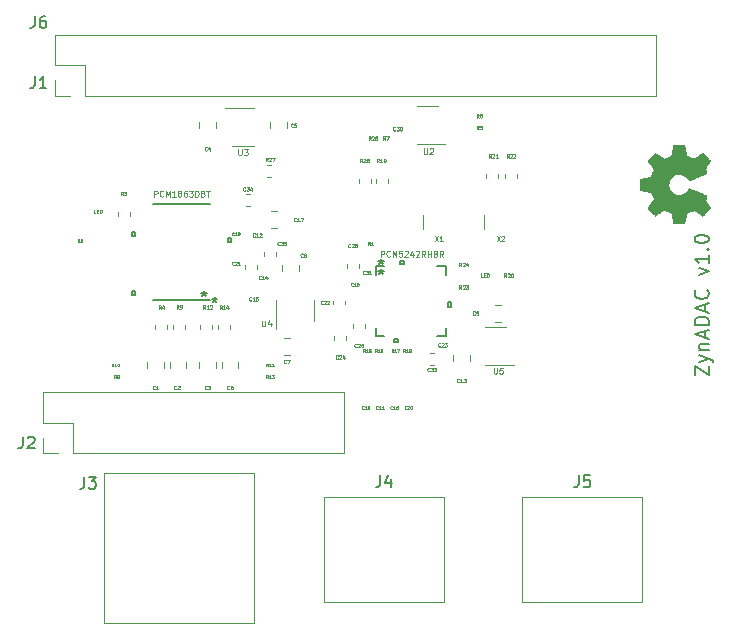
<source format=gbr>
G04 #@! TF.GenerationSoftware,KiCad,Pcbnew,5.1.7-a382d34a8~88~ubuntu18.04.1*
G04 #@! TF.CreationDate,2021-03-11T03:45:44+01:00*
G04 #@! TF.ProjectId,zynthiandac,7a796e74-6869-4616-9e64-61632e6b6963,rev?*
G04 #@! TF.SameCoordinates,Original*
G04 #@! TF.FileFunction,Legend,Top*
G04 #@! TF.FilePolarity,Positive*
%FSLAX46Y46*%
G04 Gerber Fmt 4.6, Leading zero omitted, Abs format (unit mm)*
G04 Created by KiCad (PCBNEW 5.1.7-a382d34a8~88~ubuntu18.04.1) date 2021-03-11 03:45:44*
%MOMM*%
%LPD*%
G01*
G04 APERTURE LIST*
%ADD10C,0.200000*%
%ADD11C,0.120000*%
%ADD12C,0.010000*%
%ADD13C,0.152400*%
%ADD14C,0.150000*%
%ADD15C,0.050000*%
%ADD16C,0.040000*%
%ADD17C,0.090000*%
%ADD18C,0.075000*%
%ADD19C,0.100000*%
G04 APERTURE END LIST*
D10*
X72542857Y-46371428D02*
X72542857Y-45571428D01*
X73742857Y-46371428D01*
X73742857Y-45571428D01*
X72942857Y-45228571D02*
X73742857Y-44942857D01*
X72942857Y-44657142D02*
X73742857Y-44942857D01*
X74028571Y-45057142D01*
X74085714Y-45114285D01*
X74142857Y-45228571D01*
X72942857Y-44200000D02*
X73742857Y-44200000D01*
X73057142Y-44200000D02*
X73000000Y-44142857D01*
X72942857Y-44028571D01*
X72942857Y-43857142D01*
X73000000Y-43742857D01*
X73114285Y-43685714D01*
X73742857Y-43685714D01*
X73400000Y-43171428D02*
X73400000Y-42600000D01*
X73742857Y-43285714D02*
X72542857Y-42885714D01*
X73742857Y-42485714D01*
X73742857Y-42085714D02*
X72542857Y-42085714D01*
X72542857Y-41800000D01*
X72600000Y-41628571D01*
X72714285Y-41514285D01*
X72828571Y-41457142D01*
X73057142Y-41400000D01*
X73228571Y-41400000D01*
X73457142Y-41457142D01*
X73571428Y-41514285D01*
X73685714Y-41628571D01*
X73742857Y-41800000D01*
X73742857Y-42085714D01*
X73400000Y-40942857D02*
X73400000Y-40371428D01*
X73742857Y-41057142D02*
X72542857Y-40657142D01*
X73742857Y-40257142D01*
X73628571Y-39171428D02*
X73685714Y-39228571D01*
X73742857Y-39400000D01*
X73742857Y-39514285D01*
X73685714Y-39685714D01*
X73571428Y-39800000D01*
X73457142Y-39857142D01*
X73228571Y-39914285D01*
X73057142Y-39914285D01*
X72828571Y-39857142D01*
X72714285Y-39800000D01*
X72600000Y-39685714D01*
X72542857Y-39514285D01*
X72542857Y-39400000D01*
X72600000Y-39228571D01*
X72657142Y-39171428D01*
X72942857Y-37857142D02*
X73742857Y-37571428D01*
X72942857Y-37285714D01*
X73742857Y-36200000D02*
X73742857Y-36885714D01*
X73742857Y-36542857D02*
X72542857Y-36542857D01*
X72714285Y-36657142D01*
X72828571Y-36771428D01*
X72885714Y-36885714D01*
X73628571Y-35685714D02*
X73685714Y-35628571D01*
X73742857Y-35685714D01*
X73685714Y-35742857D01*
X73628571Y-35685714D01*
X73742857Y-35685714D01*
X72542857Y-34885714D02*
X72542857Y-34771428D01*
X72600000Y-34657142D01*
X72657142Y-34600000D01*
X72771428Y-34542857D01*
X73000000Y-34485714D01*
X73285714Y-34485714D01*
X73514285Y-34542857D01*
X73628571Y-34600000D01*
X73685714Y-34657142D01*
X73742857Y-34771428D01*
X73742857Y-34885714D01*
X73685714Y-35000000D01*
X73628571Y-35057142D01*
X73514285Y-35114285D01*
X73285714Y-35171428D01*
X73000000Y-35171428D01*
X72771428Y-35114285D01*
X72657142Y-35057142D01*
X72600000Y-35000000D01*
X72542857Y-34885714D01*
D11*
G04 #@! TO.C,J3*
X22500000Y-54640000D02*
X35200000Y-54640000D01*
X35200000Y-54640000D02*
X35200000Y-67340000D01*
X35200000Y-67340000D02*
X22500000Y-67340000D01*
X22500000Y-67340000D02*
X22500000Y-54640000D01*
D12*
G04 #@! TO.C,REF\u002A\u002A*
G36*
X68368931Y-29644186D02*
G01*
X68813555Y-29560365D01*
X68941053Y-29251080D01*
X69068551Y-28941794D01*
X68816246Y-28570754D01*
X68745996Y-28466843D01*
X68683272Y-28372913D01*
X68630938Y-28293348D01*
X68591857Y-28232530D01*
X68568893Y-28194843D01*
X68563942Y-28184579D01*
X68576676Y-28166090D01*
X68611882Y-28126580D01*
X68665062Y-28070478D01*
X68731718Y-28002213D01*
X68807354Y-27926214D01*
X68887472Y-27846908D01*
X68967574Y-27768725D01*
X69043164Y-27696093D01*
X69109745Y-27633441D01*
X69162818Y-27585197D01*
X69197887Y-27555790D01*
X69209623Y-27548759D01*
X69231260Y-27558877D01*
X69278662Y-27587241D01*
X69347193Y-27630871D01*
X69432215Y-27686782D01*
X69529093Y-27751994D01*
X69584350Y-27789781D01*
X69685248Y-27858657D01*
X69776299Y-27919860D01*
X69852970Y-27970422D01*
X69910728Y-28007372D01*
X69945043Y-28027742D01*
X69952254Y-28030803D01*
X69972748Y-28023864D01*
X70020513Y-28004949D01*
X70088832Y-27976913D01*
X70170989Y-27942609D01*
X70260270Y-27904891D01*
X70349958Y-27866613D01*
X70433338Y-27830630D01*
X70503694Y-27799794D01*
X70554310Y-27776961D01*
X70578471Y-27764983D01*
X70579422Y-27764276D01*
X70584036Y-27745469D01*
X70594328Y-27695382D01*
X70609287Y-27619207D01*
X70627901Y-27522135D01*
X70649159Y-27409357D01*
X70661418Y-27343558D01*
X70684362Y-27223050D01*
X70706195Y-27114203D01*
X70725722Y-27022524D01*
X70741748Y-26953519D01*
X70753079Y-26912696D01*
X70756674Y-26904489D01*
X70781006Y-26896452D01*
X70835959Y-26889967D01*
X70915108Y-26885030D01*
X71012026Y-26881636D01*
X71120287Y-26879782D01*
X71233465Y-26879462D01*
X71345135Y-26880673D01*
X71448868Y-26883410D01*
X71538241Y-26887669D01*
X71606826Y-26893445D01*
X71648197Y-26900733D01*
X71656810Y-26905105D01*
X71667133Y-26931236D01*
X71681892Y-26986607D01*
X71699352Y-27063893D01*
X71717780Y-27155770D01*
X71723741Y-27187842D01*
X71752066Y-27342476D01*
X71774876Y-27464625D01*
X71793080Y-27558327D01*
X71807583Y-27627616D01*
X71819292Y-27676529D01*
X71829115Y-27709103D01*
X71837956Y-27729372D01*
X71846724Y-27741374D01*
X71848457Y-27743053D01*
X71876371Y-27759816D01*
X71930695Y-27785386D01*
X72004777Y-27817212D01*
X72091965Y-27852740D01*
X72185608Y-27889417D01*
X72279052Y-27924689D01*
X72365647Y-27956004D01*
X72438740Y-27980807D01*
X72491678Y-27996546D01*
X72517811Y-28000668D01*
X72518726Y-28000324D01*
X72540086Y-27986359D01*
X72587084Y-27954678D01*
X72654827Y-27908609D01*
X72738423Y-27851482D01*
X72832982Y-27786627D01*
X72859854Y-27768157D01*
X72957275Y-27702301D01*
X73046163Y-27644350D01*
X73121412Y-27597462D01*
X73177920Y-27564793D01*
X73210581Y-27549500D01*
X73214593Y-27548759D01*
X73235684Y-27561608D01*
X73277464Y-27597112D01*
X73335445Y-27650707D01*
X73405135Y-27717829D01*
X73482045Y-27793913D01*
X73561683Y-27874396D01*
X73639561Y-27954713D01*
X73711186Y-28030301D01*
X73772070Y-28096595D01*
X73817721Y-28149031D01*
X73843650Y-28183045D01*
X73847883Y-28192455D01*
X73837912Y-28214357D01*
X73811020Y-28259200D01*
X73771736Y-28319679D01*
X73740117Y-28366211D01*
X73682098Y-28450525D01*
X73613784Y-28550374D01*
X73545579Y-28650527D01*
X73509075Y-28704373D01*
X73385800Y-28886629D01*
X73468520Y-29039619D01*
X73504759Y-29109318D01*
X73532926Y-29168586D01*
X73548991Y-29208689D01*
X73551226Y-29218897D01*
X73534722Y-29231171D01*
X73488082Y-29255387D01*
X73415609Y-29289737D01*
X73321606Y-29332412D01*
X73210374Y-29381606D01*
X73086215Y-29435510D01*
X72953432Y-29492316D01*
X72816327Y-29550218D01*
X72679202Y-29607407D01*
X72546358Y-29662076D01*
X72422098Y-29712416D01*
X72310725Y-29756620D01*
X72216539Y-29792881D01*
X72143844Y-29819391D01*
X72096941Y-29834342D01*
X72080833Y-29836746D01*
X72060286Y-29817689D01*
X72026933Y-29775964D01*
X71987702Y-29720294D01*
X71984599Y-29715622D01*
X71869423Y-29571736D01*
X71735053Y-29455717D01*
X71585784Y-29368570D01*
X71425913Y-29311301D01*
X71259737Y-29284914D01*
X71091552Y-29290415D01*
X70925655Y-29328810D01*
X70766342Y-29401105D01*
X70731487Y-29422374D01*
X70590737Y-29533004D01*
X70477714Y-29663698D01*
X70393003Y-29809936D01*
X70337194Y-29967192D01*
X70310874Y-30130943D01*
X70314630Y-30296667D01*
X70349050Y-30459838D01*
X70414723Y-30615935D01*
X70512235Y-30760433D01*
X70551813Y-30805131D01*
X70675703Y-30918888D01*
X70806124Y-31001782D01*
X70952315Y-31058644D01*
X71097088Y-31090313D01*
X71259860Y-31098131D01*
X71423440Y-31072062D01*
X71582298Y-31014755D01*
X71730906Y-30928856D01*
X71863735Y-30817014D01*
X71975256Y-30681877D01*
X71987011Y-30664117D01*
X72025508Y-30607850D01*
X72058863Y-30565077D01*
X72080160Y-30544628D01*
X72080833Y-30544331D01*
X72103871Y-30548721D01*
X72156157Y-30566124D01*
X72233390Y-30594732D01*
X72331268Y-30632735D01*
X72445491Y-30678326D01*
X72571758Y-30729697D01*
X72705767Y-30785038D01*
X72843218Y-30842542D01*
X72979808Y-30900399D01*
X73111237Y-30956802D01*
X73233205Y-31009942D01*
X73341409Y-31058010D01*
X73431549Y-31099199D01*
X73499323Y-31131699D01*
X73540430Y-31153703D01*
X73551226Y-31162564D01*
X73542819Y-31189640D01*
X73520272Y-31240303D01*
X73487613Y-31305817D01*
X73468520Y-31341841D01*
X73385800Y-31494832D01*
X73509075Y-31677088D01*
X73572228Y-31770125D01*
X73641727Y-31871985D01*
X73707165Y-31967438D01*
X73740117Y-32015250D01*
X73785273Y-32082495D01*
X73821057Y-32139436D01*
X73842938Y-32178646D01*
X73847563Y-32191381D01*
X73835085Y-32209917D01*
X73800252Y-32250941D01*
X73746678Y-32310475D01*
X73677983Y-32384542D01*
X73597781Y-32469165D01*
X73546286Y-32522685D01*
X73454286Y-32616319D01*
X73371999Y-32697241D01*
X73302945Y-32762177D01*
X73250644Y-32807858D01*
X73218616Y-32831011D01*
X73212116Y-32833232D01*
X73187394Y-32822924D01*
X73137405Y-32794439D01*
X73067212Y-32750937D01*
X72981875Y-32695577D01*
X72886456Y-32631520D01*
X72859854Y-32613303D01*
X72763167Y-32546927D01*
X72676117Y-32487378D01*
X72603595Y-32437984D01*
X72550493Y-32402075D01*
X72521703Y-32382981D01*
X72518726Y-32381136D01*
X72495782Y-32383895D01*
X72445336Y-32398538D01*
X72374041Y-32422513D01*
X72288547Y-32453266D01*
X72195507Y-32488244D01*
X72101574Y-32524893D01*
X72013399Y-32560661D01*
X71937634Y-32592994D01*
X71880931Y-32619338D01*
X71849943Y-32637142D01*
X71848457Y-32638407D01*
X71839601Y-32649294D01*
X71830843Y-32667682D01*
X71821277Y-32697606D01*
X71809996Y-32743103D01*
X71796093Y-32808209D01*
X71778663Y-32896961D01*
X71756798Y-33013393D01*
X71729591Y-33161542D01*
X71723741Y-33193618D01*
X71705374Y-33288686D01*
X71687405Y-33371565D01*
X71671569Y-33434930D01*
X71659600Y-33471458D01*
X71656810Y-33476356D01*
X71632072Y-33484427D01*
X71576790Y-33490987D01*
X71497389Y-33496033D01*
X71400296Y-33499559D01*
X71291938Y-33501561D01*
X71178740Y-33502036D01*
X71067128Y-33500977D01*
X70963529Y-33498382D01*
X70874368Y-33494246D01*
X70806072Y-33488563D01*
X70765066Y-33481331D01*
X70756674Y-33476971D01*
X70748208Y-33452698D01*
X70734435Y-33397426D01*
X70716550Y-33316662D01*
X70695748Y-33215912D01*
X70673223Y-33100683D01*
X70661418Y-33037902D01*
X70639151Y-32918787D01*
X70618979Y-32812565D01*
X70601915Y-32724427D01*
X70588969Y-32659566D01*
X70581155Y-32623174D01*
X70579422Y-32617184D01*
X70559890Y-32607061D01*
X70512843Y-32585662D01*
X70445003Y-32555839D01*
X70363091Y-32520445D01*
X70273828Y-32482332D01*
X70183935Y-32444353D01*
X70100135Y-32409360D01*
X70029147Y-32380206D01*
X69977694Y-32359743D01*
X69952497Y-32350823D01*
X69951396Y-32350657D01*
X69931519Y-32360769D01*
X69885777Y-32389117D01*
X69818717Y-32432723D01*
X69734884Y-32488606D01*
X69638826Y-32553787D01*
X69583650Y-32591679D01*
X69482481Y-32660725D01*
X69390630Y-32722050D01*
X69312744Y-32772663D01*
X69253469Y-32809571D01*
X69217451Y-32829782D01*
X69209377Y-32832701D01*
X69190584Y-32820153D01*
X69150457Y-32785463D01*
X69093493Y-32733063D01*
X69024185Y-32667384D01*
X68947031Y-32592856D01*
X68866525Y-32513913D01*
X68787163Y-32434983D01*
X68713440Y-32360500D01*
X68649852Y-32294894D01*
X68600894Y-32242596D01*
X68571061Y-32208039D01*
X68563942Y-32196478D01*
X68573953Y-32177654D01*
X68602078Y-32132631D01*
X68645454Y-32065787D01*
X68701218Y-31981499D01*
X68766506Y-31884144D01*
X68816246Y-31810707D01*
X69068551Y-31439667D01*
X68813555Y-30821095D01*
X68368931Y-30737275D01*
X67924307Y-30653454D01*
X67924307Y-29728006D01*
X68368931Y-29644186D01*
G37*
X68368931Y-29644186D02*
X68813555Y-29560365D01*
X68941053Y-29251080D01*
X69068551Y-28941794D01*
X68816246Y-28570754D01*
X68745996Y-28466843D01*
X68683272Y-28372913D01*
X68630938Y-28293348D01*
X68591857Y-28232530D01*
X68568893Y-28194843D01*
X68563942Y-28184579D01*
X68576676Y-28166090D01*
X68611882Y-28126580D01*
X68665062Y-28070478D01*
X68731718Y-28002213D01*
X68807354Y-27926214D01*
X68887472Y-27846908D01*
X68967574Y-27768725D01*
X69043164Y-27696093D01*
X69109745Y-27633441D01*
X69162818Y-27585197D01*
X69197887Y-27555790D01*
X69209623Y-27548759D01*
X69231260Y-27558877D01*
X69278662Y-27587241D01*
X69347193Y-27630871D01*
X69432215Y-27686782D01*
X69529093Y-27751994D01*
X69584350Y-27789781D01*
X69685248Y-27858657D01*
X69776299Y-27919860D01*
X69852970Y-27970422D01*
X69910728Y-28007372D01*
X69945043Y-28027742D01*
X69952254Y-28030803D01*
X69972748Y-28023864D01*
X70020513Y-28004949D01*
X70088832Y-27976913D01*
X70170989Y-27942609D01*
X70260270Y-27904891D01*
X70349958Y-27866613D01*
X70433338Y-27830630D01*
X70503694Y-27799794D01*
X70554310Y-27776961D01*
X70578471Y-27764983D01*
X70579422Y-27764276D01*
X70584036Y-27745469D01*
X70594328Y-27695382D01*
X70609287Y-27619207D01*
X70627901Y-27522135D01*
X70649159Y-27409357D01*
X70661418Y-27343558D01*
X70684362Y-27223050D01*
X70706195Y-27114203D01*
X70725722Y-27022524D01*
X70741748Y-26953519D01*
X70753079Y-26912696D01*
X70756674Y-26904489D01*
X70781006Y-26896452D01*
X70835959Y-26889967D01*
X70915108Y-26885030D01*
X71012026Y-26881636D01*
X71120287Y-26879782D01*
X71233465Y-26879462D01*
X71345135Y-26880673D01*
X71448868Y-26883410D01*
X71538241Y-26887669D01*
X71606826Y-26893445D01*
X71648197Y-26900733D01*
X71656810Y-26905105D01*
X71667133Y-26931236D01*
X71681892Y-26986607D01*
X71699352Y-27063893D01*
X71717780Y-27155770D01*
X71723741Y-27187842D01*
X71752066Y-27342476D01*
X71774876Y-27464625D01*
X71793080Y-27558327D01*
X71807583Y-27627616D01*
X71819292Y-27676529D01*
X71829115Y-27709103D01*
X71837956Y-27729372D01*
X71846724Y-27741374D01*
X71848457Y-27743053D01*
X71876371Y-27759816D01*
X71930695Y-27785386D01*
X72004777Y-27817212D01*
X72091965Y-27852740D01*
X72185608Y-27889417D01*
X72279052Y-27924689D01*
X72365647Y-27956004D01*
X72438740Y-27980807D01*
X72491678Y-27996546D01*
X72517811Y-28000668D01*
X72518726Y-28000324D01*
X72540086Y-27986359D01*
X72587084Y-27954678D01*
X72654827Y-27908609D01*
X72738423Y-27851482D01*
X72832982Y-27786627D01*
X72859854Y-27768157D01*
X72957275Y-27702301D01*
X73046163Y-27644350D01*
X73121412Y-27597462D01*
X73177920Y-27564793D01*
X73210581Y-27549500D01*
X73214593Y-27548759D01*
X73235684Y-27561608D01*
X73277464Y-27597112D01*
X73335445Y-27650707D01*
X73405135Y-27717829D01*
X73482045Y-27793913D01*
X73561683Y-27874396D01*
X73639561Y-27954713D01*
X73711186Y-28030301D01*
X73772070Y-28096595D01*
X73817721Y-28149031D01*
X73843650Y-28183045D01*
X73847883Y-28192455D01*
X73837912Y-28214357D01*
X73811020Y-28259200D01*
X73771736Y-28319679D01*
X73740117Y-28366211D01*
X73682098Y-28450525D01*
X73613784Y-28550374D01*
X73545579Y-28650527D01*
X73509075Y-28704373D01*
X73385800Y-28886629D01*
X73468520Y-29039619D01*
X73504759Y-29109318D01*
X73532926Y-29168586D01*
X73548991Y-29208689D01*
X73551226Y-29218897D01*
X73534722Y-29231171D01*
X73488082Y-29255387D01*
X73415609Y-29289737D01*
X73321606Y-29332412D01*
X73210374Y-29381606D01*
X73086215Y-29435510D01*
X72953432Y-29492316D01*
X72816327Y-29550218D01*
X72679202Y-29607407D01*
X72546358Y-29662076D01*
X72422098Y-29712416D01*
X72310725Y-29756620D01*
X72216539Y-29792881D01*
X72143844Y-29819391D01*
X72096941Y-29834342D01*
X72080833Y-29836746D01*
X72060286Y-29817689D01*
X72026933Y-29775964D01*
X71987702Y-29720294D01*
X71984599Y-29715622D01*
X71869423Y-29571736D01*
X71735053Y-29455717D01*
X71585784Y-29368570D01*
X71425913Y-29311301D01*
X71259737Y-29284914D01*
X71091552Y-29290415D01*
X70925655Y-29328810D01*
X70766342Y-29401105D01*
X70731487Y-29422374D01*
X70590737Y-29533004D01*
X70477714Y-29663698D01*
X70393003Y-29809936D01*
X70337194Y-29967192D01*
X70310874Y-30130943D01*
X70314630Y-30296667D01*
X70349050Y-30459838D01*
X70414723Y-30615935D01*
X70512235Y-30760433D01*
X70551813Y-30805131D01*
X70675703Y-30918888D01*
X70806124Y-31001782D01*
X70952315Y-31058644D01*
X71097088Y-31090313D01*
X71259860Y-31098131D01*
X71423440Y-31072062D01*
X71582298Y-31014755D01*
X71730906Y-30928856D01*
X71863735Y-30817014D01*
X71975256Y-30681877D01*
X71987011Y-30664117D01*
X72025508Y-30607850D01*
X72058863Y-30565077D01*
X72080160Y-30544628D01*
X72080833Y-30544331D01*
X72103871Y-30548721D01*
X72156157Y-30566124D01*
X72233390Y-30594732D01*
X72331268Y-30632735D01*
X72445491Y-30678326D01*
X72571758Y-30729697D01*
X72705767Y-30785038D01*
X72843218Y-30842542D01*
X72979808Y-30900399D01*
X73111237Y-30956802D01*
X73233205Y-31009942D01*
X73341409Y-31058010D01*
X73431549Y-31099199D01*
X73499323Y-31131699D01*
X73540430Y-31153703D01*
X73551226Y-31162564D01*
X73542819Y-31189640D01*
X73520272Y-31240303D01*
X73487613Y-31305817D01*
X73468520Y-31341841D01*
X73385800Y-31494832D01*
X73509075Y-31677088D01*
X73572228Y-31770125D01*
X73641727Y-31871985D01*
X73707165Y-31967438D01*
X73740117Y-32015250D01*
X73785273Y-32082495D01*
X73821057Y-32139436D01*
X73842938Y-32178646D01*
X73847563Y-32191381D01*
X73835085Y-32209917D01*
X73800252Y-32250941D01*
X73746678Y-32310475D01*
X73677983Y-32384542D01*
X73597781Y-32469165D01*
X73546286Y-32522685D01*
X73454286Y-32616319D01*
X73371999Y-32697241D01*
X73302945Y-32762177D01*
X73250644Y-32807858D01*
X73218616Y-32831011D01*
X73212116Y-32833232D01*
X73187394Y-32822924D01*
X73137405Y-32794439D01*
X73067212Y-32750937D01*
X72981875Y-32695577D01*
X72886456Y-32631520D01*
X72859854Y-32613303D01*
X72763167Y-32546927D01*
X72676117Y-32487378D01*
X72603595Y-32437984D01*
X72550493Y-32402075D01*
X72521703Y-32382981D01*
X72518726Y-32381136D01*
X72495782Y-32383895D01*
X72445336Y-32398538D01*
X72374041Y-32422513D01*
X72288547Y-32453266D01*
X72195507Y-32488244D01*
X72101574Y-32524893D01*
X72013399Y-32560661D01*
X71937634Y-32592994D01*
X71880931Y-32619338D01*
X71849943Y-32637142D01*
X71848457Y-32638407D01*
X71839601Y-32649294D01*
X71830843Y-32667682D01*
X71821277Y-32697606D01*
X71809996Y-32743103D01*
X71796093Y-32808209D01*
X71778663Y-32896961D01*
X71756798Y-33013393D01*
X71729591Y-33161542D01*
X71723741Y-33193618D01*
X71705374Y-33288686D01*
X71687405Y-33371565D01*
X71671569Y-33434930D01*
X71659600Y-33471458D01*
X71656810Y-33476356D01*
X71632072Y-33484427D01*
X71576790Y-33490987D01*
X71497389Y-33496033D01*
X71400296Y-33499559D01*
X71291938Y-33501561D01*
X71178740Y-33502036D01*
X71067128Y-33500977D01*
X70963529Y-33498382D01*
X70874368Y-33494246D01*
X70806072Y-33488563D01*
X70765066Y-33481331D01*
X70756674Y-33476971D01*
X70748208Y-33452698D01*
X70734435Y-33397426D01*
X70716550Y-33316662D01*
X70695748Y-33215912D01*
X70673223Y-33100683D01*
X70661418Y-33037902D01*
X70639151Y-32918787D01*
X70618979Y-32812565D01*
X70601915Y-32724427D01*
X70588969Y-32659566D01*
X70581155Y-32623174D01*
X70579422Y-32617184D01*
X70559890Y-32607061D01*
X70512843Y-32585662D01*
X70445003Y-32555839D01*
X70363091Y-32520445D01*
X70273828Y-32482332D01*
X70183935Y-32444353D01*
X70100135Y-32409360D01*
X70029147Y-32380206D01*
X69977694Y-32359743D01*
X69952497Y-32350823D01*
X69951396Y-32350657D01*
X69931519Y-32360769D01*
X69885777Y-32389117D01*
X69818717Y-32432723D01*
X69734884Y-32488606D01*
X69638826Y-32553787D01*
X69583650Y-32591679D01*
X69482481Y-32660725D01*
X69390630Y-32722050D01*
X69312744Y-32772663D01*
X69253469Y-32809571D01*
X69217451Y-32829782D01*
X69209377Y-32832701D01*
X69190584Y-32820153D01*
X69150457Y-32785463D01*
X69093493Y-32733063D01*
X69024185Y-32667384D01*
X68947031Y-32592856D01*
X68866525Y-32513913D01*
X68787163Y-32434983D01*
X68713440Y-32360500D01*
X68649852Y-32294894D01*
X68600894Y-32242596D01*
X68571061Y-32208039D01*
X68563942Y-32196478D01*
X68573953Y-32177654D01*
X68602078Y-32132631D01*
X68645454Y-32065787D01*
X68701218Y-31981499D01*
X68766506Y-31884144D01*
X68816246Y-31810707D01*
X69068551Y-31439667D01*
X68813555Y-30821095D01*
X68368931Y-30737275D01*
X67924307Y-30653454D01*
X67924307Y-29728006D01*
X68368931Y-29644186D01*
D11*
G04 #@! TO.C,R21*
X55910000Y-29662779D02*
X55910000Y-29337221D01*
X54890000Y-29662779D02*
X54890000Y-29337221D01*
G04 #@! TO.C,R25*
X44090000Y-29737221D02*
X44090000Y-30062779D01*
X45110000Y-29737221D02*
X45110000Y-30062779D01*
G04 #@! TO.C,C9*
X56158578Y-41810000D02*
X55641422Y-41810000D01*
X56158578Y-40390000D02*
X55641422Y-40390000D01*
D13*
G04 #@! TO.C,U6*
X45543999Y-43056001D02*
X46281566Y-43056001D01*
X51456001Y-43056001D02*
X51456001Y-42317992D01*
X51456001Y-37143999D02*
X50718434Y-37143999D01*
X45543999Y-37143999D02*
X45543999Y-37882008D01*
X45543999Y-42317992D02*
X45543999Y-43056001D01*
X50718434Y-43056001D02*
X51456001Y-43056001D01*
X51456001Y-37882008D02*
X51456001Y-37143999D01*
X46281566Y-37143999D02*
X45543999Y-37143999D01*
X47059185Y-43253999D02*
X47059185Y-43507999D01*
X47059185Y-43507999D02*
X47440185Y-43507999D01*
X47440185Y-43507999D02*
X47440185Y-43253999D01*
X47440185Y-43253999D02*
X47059185Y-43253999D01*
X51907999Y-40159499D02*
X51907999Y-40540500D01*
X51907999Y-40540500D02*
X51653999Y-40540500D01*
X51653999Y-40540500D02*
X51653999Y-40159499D01*
X51653999Y-40159499D02*
X51907999Y-40159499D01*
X47559311Y-36946001D02*
X47559311Y-36692001D01*
X47559311Y-36692001D02*
X47940311Y-36692001D01*
X47940311Y-36692001D02*
X47940311Y-36946001D01*
X47940311Y-36946001D02*
X47559311Y-36946001D01*
D11*
G04 #@! TO.C,J2*
X42870000Y-52980000D02*
X42870000Y-47780000D01*
X19950000Y-52980000D02*
X42870000Y-52980000D01*
X17350000Y-47780000D02*
X42870000Y-47780000D01*
X19950000Y-52980000D02*
X19950000Y-50380000D01*
X19950000Y-50380000D02*
X17350000Y-50380000D01*
X17350000Y-50380000D02*
X17350000Y-47780000D01*
X18680000Y-52980000D02*
X17350000Y-52980000D01*
X17350000Y-52980000D02*
X17350000Y-51650000D01*
G04 #@! TO.C,U4*
X40310000Y-41800000D02*
X40310000Y-40000000D01*
X37090000Y-40000000D02*
X37090000Y-42450000D01*
G04 #@! TO.C,C7*
X38258578Y-43190000D02*
X37741422Y-43190000D01*
X38258578Y-44610000D02*
X37741422Y-44610000D01*
G04 #@! TO.C,C1*
X26190000Y-45241422D02*
X26190000Y-45758578D01*
X27610000Y-45241422D02*
X27610000Y-45758578D01*
G04 #@! TO.C,C2*
X29510000Y-45241422D02*
X29510000Y-45758578D01*
X28090000Y-45241422D02*
X28090000Y-45758578D01*
G04 #@! TO.C,C3*
X32010000Y-45241422D02*
X32010000Y-45758578D01*
X30590000Y-45241422D02*
X30590000Y-45758578D01*
G04 #@! TO.C,C4*
X32010000Y-24941422D02*
X32010000Y-25458578D01*
X30590000Y-24941422D02*
X30590000Y-25458578D01*
G04 #@! TO.C,C5*
X36590000Y-24941422D02*
X36590000Y-25458578D01*
X38010000Y-24941422D02*
X38010000Y-25458578D01*
G04 #@! TO.C,C6*
X32490000Y-45241422D02*
X32490000Y-45758578D01*
X33910000Y-45241422D02*
X33910000Y-45758578D01*
G04 #@! TO.C,C8*
X37590000Y-37558578D02*
X37590000Y-37041422D01*
X39010000Y-37558578D02*
X39010000Y-37041422D01*
G04 #@! TO.C,C13*
X53510000Y-45158578D02*
X53510000Y-44641422D01*
X52090000Y-45158578D02*
X52090000Y-44641422D01*
G04 #@! TO.C,C14*
X34490000Y-37037221D02*
X34490000Y-37362779D01*
X35510000Y-37037221D02*
X35510000Y-37362779D01*
G04 #@! TO.C,C17*
X37158578Y-33910000D02*
X36641422Y-33910000D01*
X37158578Y-32490000D02*
X36641422Y-32490000D01*
G04 #@! TO.C,C22*
X42910000Y-40037221D02*
X42910000Y-40362779D01*
X41890000Y-40037221D02*
X41890000Y-40362779D01*
G04 #@! TO.C,C24*
X41990000Y-43037221D02*
X41990000Y-43362779D01*
X43010000Y-43037221D02*
X43010000Y-43362779D01*
G04 #@! TO.C,C25*
X43090000Y-37262779D02*
X43090000Y-36937221D01*
X44110000Y-37262779D02*
X44110000Y-36937221D01*
G04 #@! TO.C,C26*
X43590000Y-42362779D02*
X43590000Y-42037221D01*
X44610000Y-42362779D02*
X44610000Y-42037221D01*
G04 #@! TO.C,C33*
X50462779Y-44490000D02*
X50137221Y-44490000D01*
X50462779Y-45510000D02*
X50137221Y-45510000D01*
G04 #@! TO.C,C34*
X34537221Y-30990000D02*
X34862779Y-30990000D01*
X34537221Y-32010000D02*
X34862779Y-32010000D01*
G04 #@! TO.C,C35*
X36090000Y-35937221D02*
X36090000Y-36262779D01*
X37110000Y-35937221D02*
X37110000Y-36262779D01*
G04 #@! TO.C,J1*
X69270000Y-22730000D02*
X69270000Y-17530000D01*
X20950000Y-22730000D02*
X69270000Y-22730000D01*
X18350000Y-17530000D02*
X69270000Y-17530000D01*
X20950000Y-22730000D02*
X20950000Y-20130000D01*
X20950000Y-20130000D02*
X18350000Y-20130000D01*
X18350000Y-20130000D02*
X18350000Y-17530000D01*
X19680000Y-22730000D02*
X18350000Y-22730000D01*
X18350000Y-22730000D02*
X18350000Y-21400000D01*
G04 #@! TO.C,J4*
X41170000Y-56650000D02*
X51330000Y-56650000D01*
X51330000Y-56650000D02*
X51330000Y-65540000D01*
X51330000Y-65540000D02*
X41170000Y-65540000D01*
X41170000Y-65540000D02*
X41170000Y-56650000D01*
G04 #@! TO.C,J5*
X57970000Y-65540000D02*
X57970000Y-56650000D01*
X68130000Y-65540000D02*
X57970000Y-65540000D01*
X68130000Y-56650000D02*
X68130000Y-65540000D01*
X57970000Y-56650000D02*
X68130000Y-56650000D01*
G04 #@! TO.C,R14*
X32190000Y-42137221D02*
X32190000Y-42462779D01*
X33210000Y-42137221D02*
X33210000Y-42462779D01*
G04 #@! TO.C,R19*
X45590000Y-30062779D02*
X45590000Y-29737221D01*
X46610000Y-30062779D02*
X46610000Y-29737221D01*
G04 #@! TO.C,R22*
X56490000Y-29662779D02*
X56490000Y-29337221D01*
X57510000Y-29662779D02*
X57510000Y-29337221D01*
G04 #@! TO.C,R27*
X36337221Y-28590000D02*
X36662779Y-28590000D01*
X36337221Y-29610000D02*
X36662779Y-29610000D01*
D13*
G04 #@! TO.C,U1*
X31474900Y-31823300D02*
X26725100Y-31823300D01*
X26725100Y-39976700D02*
X31474900Y-39976700D01*
X33259999Y-35090499D02*
X33259999Y-34709499D01*
X33259999Y-34709499D02*
X33005999Y-34709499D01*
X33005999Y-34709499D02*
X33005999Y-35090499D01*
X33005999Y-35090499D02*
X33259999Y-35090499D01*
X24940001Y-34590500D02*
X24940001Y-34209500D01*
X24940001Y-34209500D02*
X25194001Y-34209500D01*
X25194001Y-34209500D02*
X25194001Y-34590500D01*
X25194001Y-34590500D02*
X24940001Y-34590500D01*
X24940001Y-39590501D02*
X24940001Y-39209501D01*
X24940001Y-39209501D02*
X25194001Y-39209501D01*
X25194001Y-39209501D02*
X25194001Y-39590501D01*
X25194001Y-39590501D02*
X24940001Y-39590501D01*
D11*
G04 #@! TO.C,U2*
X49000000Y-26810000D02*
X51450000Y-26810000D01*
X50800000Y-23590000D02*
X49000000Y-23590000D01*
G04 #@! TO.C,U3*
X35200000Y-23690000D02*
X32750000Y-23690000D01*
X33400000Y-26910000D02*
X35200000Y-26910000D01*
G04 #@! TO.C,U5*
X56600000Y-42290000D02*
X54800000Y-42290000D01*
X54800000Y-45510000D02*
X57250000Y-45510000D01*
G04 #@! TO.C,R3*
X24710000Y-32862779D02*
X24710000Y-32537221D01*
X23690000Y-32862779D02*
X23690000Y-32537221D01*
G04 #@! TO.C,R4*
X27910000Y-42137221D02*
X27910000Y-42462779D01*
X26890000Y-42137221D02*
X26890000Y-42462779D01*
G04 #@! TO.C,R12*
X30690000Y-42137221D02*
X30690000Y-42462779D01*
X31710000Y-42137221D02*
X31710000Y-42462779D01*
G04 #@! TO.C,R9*
X28390000Y-42137221D02*
X28390000Y-42462779D01*
X29410000Y-42137221D02*
X29410000Y-42462779D01*
G04 #@! TO.C,X1*
X49550000Y-32800000D02*
X49550000Y-33940000D01*
G04 #@! TO.C,X2*
X54750000Y-32800000D02*
X54750000Y-33940000D01*
G04 #@! TO.C,J3*
D14*
X20866666Y-54952380D02*
X20866666Y-55666666D01*
X20819047Y-55809523D01*
X20723809Y-55904761D01*
X20580952Y-55952380D01*
X20485714Y-55952380D01*
X21247619Y-54952380D02*
X21866666Y-54952380D01*
X21533333Y-55333333D01*
X21676190Y-55333333D01*
X21771428Y-55380952D01*
X21819047Y-55428571D01*
X21866666Y-55523809D01*
X21866666Y-55761904D01*
X21819047Y-55857142D01*
X21771428Y-55904761D01*
X21676190Y-55952380D01*
X21390476Y-55952380D01*
X21295238Y-55904761D01*
X21247619Y-55857142D01*
G04 #@! TO.C,R23*
D15*
X52807142Y-39035714D02*
X52707142Y-38892857D01*
X52635714Y-39035714D02*
X52635714Y-38735714D01*
X52750000Y-38735714D01*
X52778571Y-38750000D01*
X52792857Y-38764285D01*
X52807142Y-38792857D01*
X52807142Y-38835714D01*
X52792857Y-38864285D01*
X52778571Y-38878571D01*
X52750000Y-38892857D01*
X52635714Y-38892857D01*
X52921428Y-38764285D02*
X52935714Y-38750000D01*
X52964285Y-38735714D01*
X53035714Y-38735714D01*
X53064285Y-38750000D01*
X53078571Y-38764285D01*
X53092857Y-38792857D01*
X53092857Y-38821428D01*
X53078571Y-38864285D01*
X52907142Y-39035714D01*
X53092857Y-39035714D01*
X53192857Y-38735714D02*
X53378571Y-38735714D01*
X53278571Y-38850000D01*
X53321428Y-38850000D01*
X53350000Y-38864285D01*
X53364285Y-38878571D01*
X53378571Y-38907142D01*
X53378571Y-38978571D01*
X53364285Y-39007142D01*
X53350000Y-39021428D01*
X53321428Y-39035714D01*
X53235714Y-39035714D01*
X53207142Y-39021428D01*
X53192857Y-39007142D01*
G04 #@! TO.C,R24*
X52807142Y-37135714D02*
X52707142Y-36992857D01*
X52635714Y-37135714D02*
X52635714Y-36835714D01*
X52750000Y-36835714D01*
X52778571Y-36850000D01*
X52792857Y-36864285D01*
X52807142Y-36892857D01*
X52807142Y-36935714D01*
X52792857Y-36964285D01*
X52778571Y-36978571D01*
X52750000Y-36992857D01*
X52635714Y-36992857D01*
X52921428Y-36864285D02*
X52935714Y-36850000D01*
X52964285Y-36835714D01*
X53035714Y-36835714D01*
X53064285Y-36850000D01*
X53078571Y-36864285D01*
X53092857Y-36892857D01*
X53092857Y-36921428D01*
X53078571Y-36964285D01*
X52907142Y-37135714D01*
X53092857Y-37135714D01*
X53350000Y-36935714D02*
X53350000Y-37135714D01*
X53278571Y-36821428D02*
X53207142Y-37035714D01*
X53392857Y-37035714D01*
G04 #@! TO.C,R21*
X55307142Y-27935714D02*
X55207142Y-27792857D01*
X55135714Y-27935714D02*
X55135714Y-27635714D01*
X55250000Y-27635714D01*
X55278571Y-27650000D01*
X55292857Y-27664285D01*
X55307142Y-27692857D01*
X55307142Y-27735714D01*
X55292857Y-27764285D01*
X55278571Y-27778571D01*
X55250000Y-27792857D01*
X55135714Y-27792857D01*
X55421428Y-27664285D02*
X55435714Y-27650000D01*
X55464285Y-27635714D01*
X55535714Y-27635714D01*
X55564285Y-27650000D01*
X55578571Y-27664285D01*
X55592857Y-27692857D01*
X55592857Y-27721428D01*
X55578571Y-27764285D01*
X55407142Y-27935714D01*
X55592857Y-27935714D01*
X55878571Y-27935714D02*
X55707142Y-27935714D01*
X55792857Y-27935714D02*
X55792857Y-27635714D01*
X55764285Y-27678571D01*
X55735714Y-27707142D01*
X55707142Y-27721428D01*
G04 #@! TO.C,R25*
X44407142Y-28335714D02*
X44307142Y-28192857D01*
X44235714Y-28335714D02*
X44235714Y-28035714D01*
X44350000Y-28035714D01*
X44378571Y-28050000D01*
X44392857Y-28064285D01*
X44407142Y-28092857D01*
X44407142Y-28135714D01*
X44392857Y-28164285D01*
X44378571Y-28178571D01*
X44350000Y-28192857D01*
X44235714Y-28192857D01*
X44521428Y-28064285D02*
X44535714Y-28050000D01*
X44564285Y-28035714D01*
X44635714Y-28035714D01*
X44664285Y-28050000D01*
X44678571Y-28064285D01*
X44692857Y-28092857D01*
X44692857Y-28121428D01*
X44678571Y-28164285D01*
X44507142Y-28335714D01*
X44692857Y-28335714D01*
X44964285Y-28035714D02*
X44821428Y-28035714D01*
X44807142Y-28178571D01*
X44821428Y-28164285D01*
X44850000Y-28150000D01*
X44921428Y-28150000D01*
X44950000Y-28164285D01*
X44964285Y-28178571D01*
X44978571Y-28207142D01*
X44978571Y-28278571D01*
X44964285Y-28307142D01*
X44950000Y-28321428D01*
X44921428Y-28335714D01*
X44850000Y-28335714D01*
X44821428Y-28321428D01*
X44807142Y-28307142D01*
G04 #@! TO.C,C9*
X53950000Y-41207142D02*
X53935714Y-41221428D01*
X53892857Y-41235714D01*
X53864285Y-41235714D01*
X53821428Y-41221428D01*
X53792857Y-41192857D01*
X53778571Y-41164285D01*
X53764285Y-41107142D01*
X53764285Y-41064285D01*
X53778571Y-41007142D01*
X53792857Y-40978571D01*
X53821428Y-40950000D01*
X53864285Y-40935714D01*
X53892857Y-40935714D01*
X53935714Y-40950000D01*
X53950000Y-40964285D01*
X54092857Y-41235714D02*
X54150000Y-41235714D01*
X54178571Y-41221428D01*
X54192857Y-41207142D01*
X54221428Y-41164285D01*
X54235714Y-41107142D01*
X54235714Y-40992857D01*
X54221428Y-40964285D01*
X54207142Y-40950000D01*
X54178571Y-40935714D01*
X54121428Y-40935714D01*
X54092857Y-40950000D01*
X54078571Y-40964285D01*
X54064285Y-40992857D01*
X54064285Y-41064285D01*
X54078571Y-41092857D01*
X54092857Y-41107142D01*
X54121428Y-41121428D01*
X54178571Y-41121428D01*
X54207142Y-41107142D01*
X54221428Y-41092857D01*
X54235714Y-41064285D01*
G04 #@! TO.C,C18*
D16*
X43619285Y-38769285D02*
X43607380Y-38781190D01*
X43571666Y-38793095D01*
X43547857Y-38793095D01*
X43512142Y-38781190D01*
X43488333Y-38757380D01*
X43476428Y-38733571D01*
X43464523Y-38685952D01*
X43464523Y-38650238D01*
X43476428Y-38602619D01*
X43488333Y-38578809D01*
X43512142Y-38555000D01*
X43547857Y-38543095D01*
X43571666Y-38543095D01*
X43607380Y-38555000D01*
X43619285Y-38566904D01*
X43857380Y-38793095D02*
X43714523Y-38793095D01*
X43785952Y-38793095D02*
X43785952Y-38543095D01*
X43762142Y-38578809D01*
X43738333Y-38602619D01*
X43714523Y-38614523D01*
X44000238Y-38650238D02*
X43976428Y-38638333D01*
X43964523Y-38626428D01*
X43952619Y-38602619D01*
X43952619Y-38590714D01*
X43964523Y-38566904D01*
X43976428Y-38555000D01*
X44000238Y-38543095D01*
X44047857Y-38543095D01*
X44071666Y-38555000D01*
X44083571Y-38566904D01*
X44095476Y-38590714D01*
X44095476Y-38602619D01*
X44083571Y-38626428D01*
X44071666Y-38638333D01*
X44047857Y-38650238D01*
X44000238Y-38650238D01*
X43976428Y-38662142D01*
X43964523Y-38674047D01*
X43952619Y-38697857D01*
X43952619Y-38745476D01*
X43964523Y-38769285D01*
X43976428Y-38781190D01*
X44000238Y-38793095D01*
X44047857Y-38793095D01*
X44071666Y-38781190D01*
X44083571Y-38769285D01*
X44095476Y-38745476D01*
X44095476Y-38697857D01*
X44083571Y-38674047D01*
X44071666Y-38662142D01*
X44047857Y-38650238D01*
G04 #@! TO.C,U6*
D17*
X45969047Y-36326190D02*
X45969047Y-35826190D01*
X46159523Y-35826190D01*
X46207142Y-35850000D01*
X46230952Y-35873809D01*
X46254761Y-35921428D01*
X46254761Y-35992857D01*
X46230952Y-36040476D01*
X46207142Y-36064285D01*
X46159523Y-36088095D01*
X45969047Y-36088095D01*
X46754761Y-36278571D02*
X46730952Y-36302380D01*
X46659523Y-36326190D01*
X46611904Y-36326190D01*
X46540476Y-36302380D01*
X46492857Y-36254761D01*
X46469047Y-36207142D01*
X46445238Y-36111904D01*
X46445238Y-36040476D01*
X46469047Y-35945238D01*
X46492857Y-35897619D01*
X46540476Y-35850000D01*
X46611904Y-35826190D01*
X46659523Y-35826190D01*
X46730952Y-35850000D01*
X46754761Y-35873809D01*
X46969047Y-36326190D02*
X46969047Y-35826190D01*
X47135714Y-36183333D01*
X47302380Y-35826190D01*
X47302380Y-36326190D01*
X47778571Y-35826190D02*
X47540476Y-35826190D01*
X47516666Y-36064285D01*
X47540476Y-36040476D01*
X47588095Y-36016666D01*
X47707142Y-36016666D01*
X47754761Y-36040476D01*
X47778571Y-36064285D01*
X47802380Y-36111904D01*
X47802380Y-36230952D01*
X47778571Y-36278571D01*
X47754761Y-36302380D01*
X47707142Y-36326190D01*
X47588095Y-36326190D01*
X47540476Y-36302380D01*
X47516666Y-36278571D01*
X47992857Y-35873809D02*
X48016666Y-35850000D01*
X48064285Y-35826190D01*
X48183333Y-35826190D01*
X48230952Y-35850000D01*
X48254761Y-35873809D01*
X48278571Y-35921428D01*
X48278571Y-35969047D01*
X48254761Y-36040476D01*
X47969047Y-36326190D01*
X48278571Y-36326190D01*
X48707142Y-35992857D02*
X48707142Y-36326190D01*
X48588095Y-35802380D02*
X48469047Y-36159523D01*
X48778571Y-36159523D01*
X48945238Y-35873809D02*
X48969047Y-35850000D01*
X49016666Y-35826190D01*
X49135714Y-35826190D01*
X49183333Y-35850000D01*
X49207142Y-35873809D01*
X49230952Y-35921428D01*
X49230952Y-35969047D01*
X49207142Y-36040476D01*
X48921428Y-36326190D01*
X49230952Y-36326190D01*
X49730952Y-36326190D02*
X49564285Y-36088095D01*
X49445238Y-36326190D02*
X49445238Y-35826190D01*
X49635714Y-35826190D01*
X49683333Y-35850000D01*
X49707142Y-35873809D01*
X49730952Y-35921428D01*
X49730952Y-35992857D01*
X49707142Y-36040476D01*
X49683333Y-36064285D01*
X49635714Y-36088095D01*
X49445238Y-36088095D01*
X49945238Y-36326190D02*
X49945238Y-35826190D01*
X49945238Y-36064285D02*
X50230952Y-36064285D01*
X50230952Y-36326190D02*
X50230952Y-35826190D01*
X50635714Y-36064285D02*
X50707142Y-36088095D01*
X50730952Y-36111904D01*
X50754761Y-36159523D01*
X50754761Y-36230952D01*
X50730952Y-36278571D01*
X50707142Y-36302380D01*
X50659523Y-36326190D01*
X50469047Y-36326190D01*
X50469047Y-35826190D01*
X50635714Y-35826190D01*
X50683333Y-35850000D01*
X50707142Y-35873809D01*
X50730952Y-35921428D01*
X50730952Y-35969047D01*
X50707142Y-36016666D01*
X50683333Y-36040476D01*
X50635714Y-36064285D01*
X50469047Y-36064285D01*
X51254761Y-36326190D02*
X51088095Y-36088095D01*
X50969047Y-36326190D02*
X50969047Y-35826190D01*
X51159523Y-35826190D01*
X51207142Y-35850000D01*
X51230952Y-35873809D01*
X51254761Y-35921428D01*
X51254761Y-35992857D01*
X51230952Y-36040476D01*
X51207142Y-36064285D01*
X51159523Y-36088095D01*
X50969047Y-36088095D01*
D14*
X46000000Y-37352380D02*
X46000000Y-37590476D01*
X45761904Y-37495238D02*
X46000000Y-37590476D01*
X46238095Y-37495238D01*
X45857142Y-37780952D02*
X46000000Y-37590476D01*
X46142857Y-37780952D01*
X46000000Y-36552380D02*
X46000000Y-36790476D01*
X45761904Y-36695238D02*
X46000000Y-36790476D01*
X46238095Y-36695238D01*
X45857142Y-36980952D02*
X46000000Y-36790476D01*
X46142857Y-36980952D01*
G04 #@! TO.C,J2*
X15666666Y-51552380D02*
X15666666Y-52266666D01*
X15619047Y-52409523D01*
X15523809Y-52504761D01*
X15380952Y-52552380D01*
X15285714Y-52552380D01*
X16095238Y-51647619D02*
X16142857Y-51600000D01*
X16238095Y-51552380D01*
X16476190Y-51552380D01*
X16571428Y-51600000D01*
X16619047Y-51647619D01*
X16666666Y-51742857D01*
X16666666Y-51838095D01*
X16619047Y-51980952D01*
X16047619Y-52552380D01*
X16666666Y-52552380D01*
G04 #@! TO.C,U4*
D18*
X35919047Y-41726190D02*
X35919047Y-42130952D01*
X35942857Y-42178571D01*
X35966666Y-42202380D01*
X36014285Y-42226190D01*
X36109523Y-42226190D01*
X36157142Y-42202380D01*
X36180952Y-42178571D01*
X36204761Y-42130952D01*
X36204761Y-41726190D01*
X36657142Y-41892857D02*
X36657142Y-42226190D01*
X36538095Y-41702380D02*
X36419047Y-42059523D01*
X36728571Y-42059523D01*
G04 #@! TO.C,C7*
D15*
X37950000Y-45307142D02*
X37935714Y-45321428D01*
X37892857Y-45335714D01*
X37864285Y-45335714D01*
X37821428Y-45321428D01*
X37792857Y-45292857D01*
X37778571Y-45264285D01*
X37764285Y-45207142D01*
X37764285Y-45164285D01*
X37778571Y-45107142D01*
X37792857Y-45078571D01*
X37821428Y-45050000D01*
X37864285Y-45035714D01*
X37892857Y-45035714D01*
X37935714Y-45050000D01*
X37950000Y-45064285D01*
X38050000Y-45035714D02*
X38250000Y-45035714D01*
X38121428Y-45335714D01*
G04 #@! TO.C,C1*
X26850000Y-47507142D02*
X26835714Y-47521428D01*
X26792857Y-47535714D01*
X26764285Y-47535714D01*
X26721428Y-47521428D01*
X26692857Y-47492857D01*
X26678571Y-47464285D01*
X26664285Y-47407142D01*
X26664285Y-47364285D01*
X26678571Y-47307142D01*
X26692857Y-47278571D01*
X26721428Y-47250000D01*
X26764285Y-47235714D01*
X26792857Y-47235714D01*
X26835714Y-47250000D01*
X26850000Y-47264285D01*
X27135714Y-47535714D02*
X26964285Y-47535714D01*
X27050000Y-47535714D02*
X27050000Y-47235714D01*
X27021428Y-47278571D01*
X26992857Y-47307142D01*
X26964285Y-47321428D01*
G04 #@! TO.C,C2*
X28650000Y-47507142D02*
X28635714Y-47521428D01*
X28592857Y-47535714D01*
X28564285Y-47535714D01*
X28521428Y-47521428D01*
X28492857Y-47492857D01*
X28478571Y-47464285D01*
X28464285Y-47407142D01*
X28464285Y-47364285D01*
X28478571Y-47307142D01*
X28492857Y-47278571D01*
X28521428Y-47250000D01*
X28564285Y-47235714D01*
X28592857Y-47235714D01*
X28635714Y-47250000D01*
X28650000Y-47264285D01*
X28764285Y-47264285D02*
X28778571Y-47250000D01*
X28807142Y-47235714D01*
X28878571Y-47235714D01*
X28907142Y-47250000D01*
X28921428Y-47264285D01*
X28935714Y-47292857D01*
X28935714Y-47321428D01*
X28921428Y-47364285D01*
X28750000Y-47535714D01*
X28935714Y-47535714D01*
G04 #@! TO.C,C3*
X31250000Y-47507142D02*
X31235714Y-47521428D01*
X31192857Y-47535714D01*
X31164285Y-47535714D01*
X31121428Y-47521428D01*
X31092857Y-47492857D01*
X31078571Y-47464285D01*
X31064285Y-47407142D01*
X31064285Y-47364285D01*
X31078571Y-47307142D01*
X31092857Y-47278571D01*
X31121428Y-47250000D01*
X31164285Y-47235714D01*
X31192857Y-47235714D01*
X31235714Y-47250000D01*
X31250000Y-47264285D01*
X31350000Y-47235714D02*
X31535714Y-47235714D01*
X31435714Y-47350000D01*
X31478571Y-47350000D01*
X31507142Y-47364285D01*
X31521428Y-47378571D01*
X31535714Y-47407142D01*
X31535714Y-47478571D01*
X31521428Y-47507142D01*
X31507142Y-47521428D01*
X31478571Y-47535714D01*
X31392857Y-47535714D01*
X31364285Y-47521428D01*
X31350000Y-47507142D01*
G04 #@! TO.C,C4*
X31250000Y-27307142D02*
X31235714Y-27321428D01*
X31192857Y-27335714D01*
X31164285Y-27335714D01*
X31121428Y-27321428D01*
X31092857Y-27292857D01*
X31078571Y-27264285D01*
X31064285Y-27207142D01*
X31064285Y-27164285D01*
X31078571Y-27107142D01*
X31092857Y-27078571D01*
X31121428Y-27050000D01*
X31164285Y-27035714D01*
X31192857Y-27035714D01*
X31235714Y-27050000D01*
X31250000Y-27064285D01*
X31507142Y-27135714D02*
X31507142Y-27335714D01*
X31435714Y-27021428D02*
X31364285Y-27235714D01*
X31550000Y-27235714D01*
G04 #@! TO.C,C5*
X38550000Y-25307142D02*
X38535714Y-25321428D01*
X38492857Y-25335714D01*
X38464285Y-25335714D01*
X38421428Y-25321428D01*
X38392857Y-25292857D01*
X38378571Y-25264285D01*
X38364285Y-25207142D01*
X38364285Y-25164285D01*
X38378571Y-25107142D01*
X38392857Y-25078571D01*
X38421428Y-25050000D01*
X38464285Y-25035714D01*
X38492857Y-25035714D01*
X38535714Y-25050000D01*
X38550000Y-25064285D01*
X38821428Y-25035714D02*
X38678571Y-25035714D01*
X38664285Y-25178571D01*
X38678571Y-25164285D01*
X38707142Y-25150000D01*
X38778571Y-25150000D01*
X38807142Y-25164285D01*
X38821428Y-25178571D01*
X38835714Y-25207142D01*
X38835714Y-25278571D01*
X38821428Y-25307142D01*
X38807142Y-25321428D01*
X38778571Y-25335714D01*
X38707142Y-25335714D01*
X38678571Y-25321428D01*
X38664285Y-25307142D01*
G04 #@! TO.C,C6*
X33150000Y-47507142D02*
X33135714Y-47521428D01*
X33092857Y-47535714D01*
X33064285Y-47535714D01*
X33021428Y-47521428D01*
X32992857Y-47492857D01*
X32978571Y-47464285D01*
X32964285Y-47407142D01*
X32964285Y-47364285D01*
X32978571Y-47307142D01*
X32992857Y-47278571D01*
X33021428Y-47250000D01*
X33064285Y-47235714D01*
X33092857Y-47235714D01*
X33135714Y-47250000D01*
X33150000Y-47264285D01*
X33407142Y-47235714D02*
X33350000Y-47235714D01*
X33321428Y-47250000D01*
X33307142Y-47264285D01*
X33278571Y-47307142D01*
X33264285Y-47364285D01*
X33264285Y-47478571D01*
X33278571Y-47507142D01*
X33292857Y-47521428D01*
X33321428Y-47535714D01*
X33378571Y-47535714D01*
X33407142Y-47521428D01*
X33421428Y-47507142D01*
X33435714Y-47478571D01*
X33435714Y-47407142D01*
X33421428Y-47378571D01*
X33407142Y-47364285D01*
X33378571Y-47350000D01*
X33321428Y-47350000D01*
X33292857Y-47364285D01*
X33278571Y-47378571D01*
X33264285Y-47407142D01*
G04 #@! TO.C,C8*
X39350000Y-36307142D02*
X39335714Y-36321428D01*
X39292857Y-36335714D01*
X39264285Y-36335714D01*
X39221428Y-36321428D01*
X39192857Y-36292857D01*
X39178571Y-36264285D01*
X39164285Y-36207142D01*
X39164285Y-36164285D01*
X39178571Y-36107142D01*
X39192857Y-36078571D01*
X39221428Y-36050000D01*
X39264285Y-36035714D01*
X39292857Y-36035714D01*
X39335714Y-36050000D01*
X39350000Y-36064285D01*
X39521428Y-36164285D02*
X39492857Y-36150000D01*
X39478571Y-36135714D01*
X39464285Y-36107142D01*
X39464285Y-36092857D01*
X39478571Y-36064285D01*
X39492857Y-36050000D01*
X39521428Y-36035714D01*
X39578571Y-36035714D01*
X39607142Y-36050000D01*
X39621428Y-36064285D01*
X39635714Y-36092857D01*
X39635714Y-36107142D01*
X39621428Y-36135714D01*
X39607142Y-36150000D01*
X39578571Y-36164285D01*
X39521428Y-36164285D01*
X39492857Y-36178571D01*
X39478571Y-36192857D01*
X39464285Y-36221428D01*
X39464285Y-36278571D01*
X39478571Y-36307142D01*
X39492857Y-36321428D01*
X39521428Y-36335714D01*
X39578571Y-36335714D01*
X39607142Y-36321428D01*
X39621428Y-36307142D01*
X39635714Y-36278571D01*
X39635714Y-36221428D01*
X39621428Y-36192857D01*
X39607142Y-36178571D01*
X39578571Y-36164285D01*
G04 #@! TO.C,C10*
D16*
X44539285Y-49189285D02*
X44527380Y-49201190D01*
X44491666Y-49213095D01*
X44467857Y-49213095D01*
X44432142Y-49201190D01*
X44408333Y-49177380D01*
X44396428Y-49153571D01*
X44384523Y-49105952D01*
X44384523Y-49070238D01*
X44396428Y-49022619D01*
X44408333Y-48998809D01*
X44432142Y-48975000D01*
X44467857Y-48963095D01*
X44491666Y-48963095D01*
X44527380Y-48975000D01*
X44539285Y-48986904D01*
X44777380Y-49213095D02*
X44634523Y-49213095D01*
X44705952Y-49213095D02*
X44705952Y-48963095D01*
X44682142Y-48998809D01*
X44658333Y-49022619D01*
X44634523Y-49034523D01*
X44932142Y-48963095D02*
X44955952Y-48963095D01*
X44979761Y-48975000D01*
X44991666Y-48986904D01*
X45003571Y-49010714D01*
X45015476Y-49058333D01*
X45015476Y-49117857D01*
X45003571Y-49165476D01*
X44991666Y-49189285D01*
X44979761Y-49201190D01*
X44955952Y-49213095D01*
X44932142Y-49213095D01*
X44908333Y-49201190D01*
X44896428Y-49189285D01*
X44884523Y-49165476D01*
X44872619Y-49117857D01*
X44872619Y-49058333D01*
X44884523Y-49010714D01*
X44896428Y-48986904D01*
X44908333Y-48975000D01*
X44932142Y-48963095D01*
G04 #@! TO.C,C11*
X45739285Y-49189285D02*
X45727380Y-49201190D01*
X45691666Y-49213095D01*
X45667857Y-49213095D01*
X45632142Y-49201190D01*
X45608333Y-49177380D01*
X45596428Y-49153571D01*
X45584523Y-49105952D01*
X45584523Y-49070238D01*
X45596428Y-49022619D01*
X45608333Y-48998809D01*
X45632142Y-48975000D01*
X45667857Y-48963095D01*
X45691666Y-48963095D01*
X45727380Y-48975000D01*
X45739285Y-48986904D01*
X45977380Y-49213095D02*
X45834523Y-49213095D01*
X45905952Y-49213095D02*
X45905952Y-48963095D01*
X45882142Y-48998809D01*
X45858333Y-49022619D01*
X45834523Y-49034523D01*
X46215476Y-49213095D02*
X46072619Y-49213095D01*
X46144047Y-49213095D02*
X46144047Y-48963095D01*
X46120238Y-48998809D01*
X46096428Y-49022619D01*
X46072619Y-49034523D01*
G04 #@! TO.C,C12*
D15*
X35307142Y-34607142D02*
X35292857Y-34621428D01*
X35250000Y-34635714D01*
X35221428Y-34635714D01*
X35178571Y-34621428D01*
X35150000Y-34592857D01*
X35135714Y-34564285D01*
X35121428Y-34507142D01*
X35121428Y-34464285D01*
X35135714Y-34407142D01*
X35150000Y-34378571D01*
X35178571Y-34350000D01*
X35221428Y-34335714D01*
X35250000Y-34335714D01*
X35292857Y-34350000D01*
X35307142Y-34364285D01*
X35592857Y-34635714D02*
X35421428Y-34635714D01*
X35507142Y-34635714D02*
X35507142Y-34335714D01*
X35478571Y-34378571D01*
X35450000Y-34407142D01*
X35421428Y-34421428D01*
X35707142Y-34364285D02*
X35721428Y-34350000D01*
X35750000Y-34335714D01*
X35821428Y-34335714D01*
X35850000Y-34350000D01*
X35864285Y-34364285D01*
X35878571Y-34392857D01*
X35878571Y-34421428D01*
X35864285Y-34464285D01*
X35692857Y-34635714D01*
X35878571Y-34635714D01*
G04 #@! TO.C,C13*
X52607142Y-46907142D02*
X52592857Y-46921428D01*
X52550000Y-46935714D01*
X52521428Y-46935714D01*
X52478571Y-46921428D01*
X52450000Y-46892857D01*
X52435714Y-46864285D01*
X52421428Y-46807142D01*
X52421428Y-46764285D01*
X52435714Y-46707142D01*
X52450000Y-46678571D01*
X52478571Y-46650000D01*
X52521428Y-46635714D01*
X52550000Y-46635714D01*
X52592857Y-46650000D01*
X52607142Y-46664285D01*
X52892857Y-46935714D02*
X52721428Y-46935714D01*
X52807142Y-46935714D02*
X52807142Y-46635714D01*
X52778571Y-46678571D01*
X52750000Y-46707142D01*
X52721428Y-46721428D01*
X52992857Y-46635714D02*
X53178571Y-46635714D01*
X53078571Y-46750000D01*
X53121428Y-46750000D01*
X53150000Y-46764285D01*
X53164285Y-46778571D01*
X53178571Y-46807142D01*
X53178571Y-46878571D01*
X53164285Y-46907142D01*
X53150000Y-46921428D01*
X53121428Y-46935714D01*
X53035714Y-46935714D01*
X53007142Y-46921428D01*
X52992857Y-46907142D01*
G04 #@! TO.C,C14*
X35807142Y-38207142D02*
X35792857Y-38221428D01*
X35750000Y-38235714D01*
X35721428Y-38235714D01*
X35678571Y-38221428D01*
X35650000Y-38192857D01*
X35635714Y-38164285D01*
X35621428Y-38107142D01*
X35621428Y-38064285D01*
X35635714Y-38007142D01*
X35650000Y-37978571D01*
X35678571Y-37950000D01*
X35721428Y-37935714D01*
X35750000Y-37935714D01*
X35792857Y-37950000D01*
X35807142Y-37964285D01*
X36092857Y-38235714D02*
X35921428Y-38235714D01*
X36007142Y-38235714D02*
X36007142Y-37935714D01*
X35978571Y-37978571D01*
X35950000Y-38007142D01*
X35921428Y-38021428D01*
X36350000Y-38035714D02*
X36350000Y-38235714D01*
X36278571Y-37921428D02*
X36207142Y-38135714D01*
X36392857Y-38135714D01*
G04 #@! TO.C,C15*
X35007142Y-40007142D02*
X34992857Y-40021428D01*
X34950000Y-40035714D01*
X34921428Y-40035714D01*
X34878571Y-40021428D01*
X34850000Y-39992857D01*
X34835714Y-39964285D01*
X34821428Y-39907142D01*
X34821428Y-39864285D01*
X34835714Y-39807142D01*
X34850000Y-39778571D01*
X34878571Y-39750000D01*
X34921428Y-39735714D01*
X34950000Y-39735714D01*
X34992857Y-39750000D01*
X35007142Y-39764285D01*
X35292857Y-40035714D02*
X35121428Y-40035714D01*
X35207142Y-40035714D02*
X35207142Y-39735714D01*
X35178571Y-39778571D01*
X35150000Y-39807142D01*
X35121428Y-39821428D01*
X35564285Y-39735714D02*
X35421428Y-39735714D01*
X35407142Y-39878571D01*
X35421428Y-39864285D01*
X35450000Y-39850000D01*
X35521428Y-39850000D01*
X35550000Y-39864285D01*
X35564285Y-39878571D01*
X35578571Y-39907142D01*
X35578571Y-39978571D01*
X35564285Y-40007142D01*
X35550000Y-40021428D01*
X35521428Y-40035714D01*
X35450000Y-40035714D01*
X35421428Y-40021428D01*
X35407142Y-40007142D01*
G04 #@! TO.C,C16*
D16*
X46939285Y-49189285D02*
X46927380Y-49201190D01*
X46891666Y-49213095D01*
X46867857Y-49213095D01*
X46832142Y-49201190D01*
X46808333Y-49177380D01*
X46796428Y-49153571D01*
X46784523Y-49105952D01*
X46784523Y-49070238D01*
X46796428Y-49022619D01*
X46808333Y-48998809D01*
X46832142Y-48975000D01*
X46867857Y-48963095D01*
X46891666Y-48963095D01*
X46927380Y-48975000D01*
X46939285Y-48986904D01*
X47177380Y-49213095D02*
X47034523Y-49213095D01*
X47105952Y-49213095D02*
X47105952Y-48963095D01*
X47082142Y-48998809D01*
X47058333Y-49022619D01*
X47034523Y-49034523D01*
X47391666Y-48963095D02*
X47344047Y-48963095D01*
X47320238Y-48975000D01*
X47308333Y-48986904D01*
X47284523Y-49022619D01*
X47272619Y-49070238D01*
X47272619Y-49165476D01*
X47284523Y-49189285D01*
X47296428Y-49201190D01*
X47320238Y-49213095D01*
X47367857Y-49213095D01*
X47391666Y-49201190D01*
X47403571Y-49189285D01*
X47415476Y-49165476D01*
X47415476Y-49105952D01*
X47403571Y-49082142D01*
X47391666Y-49070238D01*
X47367857Y-49058333D01*
X47320238Y-49058333D01*
X47296428Y-49070238D01*
X47284523Y-49082142D01*
X47272619Y-49105952D01*
G04 #@! TO.C,C17*
D15*
X38807142Y-33307142D02*
X38792857Y-33321428D01*
X38750000Y-33335714D01*
X38721428Y-33335714D01*
X38678571Y-33321428D01*
X38650000Y-33292857D01*
X38635714Y-33264285D01*
X38621428Y-33207142D01*
X38621428Y-33164285D01*
X38635714Y-33107142D01*
X38650000Y-33078571D01*
X38678571Y-33050000D01*
X38721428Y-33035714D01*
X38750000Y-33035714D01*
X38792857Y-33050000D01*
X38807142Y-33064285D01*
X39092857Y-33335714D02*
X38921428Y-33335714D01*
X39007142Y-33335714D02*
X39007142Y-33035714D01*
X38978571Y-33078571D01*
X38950000Y-33107142D01*
X38921428Y-33121428D01*
X39192857Y-33035714D02*
X39392857Y-33035714D01*
X39264285Y-33335714D01*
G04 #@! TO.C,C19*
D16*
X33539285Y-34489285D02*
X33527380Y-34501190D01*
X33491666Y-34513095D01*
X33467857Y-34513095D01*
X33432142Y-34501190D01*
X33408333Y-34477380D01*
X33396428Y-34453571D01*
X33384523Y-34405952D01*
X33384523Y-34370238D01*
X33396428Y-34322619D01*
X33408333Y-34298809D01*
X33432142Y-34275000D01*
X33467857Y-34263095D01*
X33491666Y-34263095D01*
X33527380Y-34275000D01*
X33539285Y-34286904D01*
X33777380Y-34513095D02*
X33634523Y-34513095D01*
X33705952Y-34513095D02*
X33705952Y-34263095D01*
X33682142Y-34298809D01*
X33658333Y-34322619D01*
X33634523Y-34334523D01*
X33896428Y-34513095D02*
X33944047Y-34513095D01*
X33967857Y-34501190D01*
X33979761Y-34489285D01*
X34003571Y-34453571D01*
X34015476Y-34405952D01*
X34015476Y-34310714D01*
X34003571Y-34286904D01*
X33991666Y-34275000D01*
X33967857Y-34263095D01*
X33920238Y-34263095D01*
X33896428Y-34275000D01*
X33884523Y-34286904D01*
X33872619Y-34310714D01*
X33872619Y-34370238D01*
X33884523Y-34394047D01*
X33896428Y-34405952D01*
X33920238Y-34417857D01*
X33967857Y-34417857D01*
X33991666Y-34405952D01*
X34003571Y-34394047D01*
X34015476Y-34370238D01*
G04 #@! TO.C,C20*
X48139285Y-49189285D02*
X48127380Y-49201190D01*
X48091666Y-49213095D01*
X48067857Y-49213095D01*
X48032142Y-49201190D01*
X48008333Y-49177380D01*
X47996428Y-49153571D01*
X47984523Y-49105952D01*
X47984523Y-49070238D01*
X47996428Y-49022619D01*
X48008333Y-48998809D01*
X48032142Y-48975000D01*
X48067857Y-48963095D01*
X48091666Y-48963095D01*
X48127380Y-48975000D01*
X48139285Y-48986904D01*
X48234523Y-48986904D02*
X48246428Y-48975000D01*
X48270238Y-48963095D01*
X48329761Y-48963095D01*
X48353571Y-48975000D01*
X48365476Y-48986904D01*
X48377380Y-49010714D01*
X48377380Y-49034523D01*
X48365476Y-49070238D01*
X48222619Y-49213095D01*
X48377380Y-49213095D01*
X48532142Y-48963095D02*
X48555952Y-48963095D01*
X48579761Y-48975000D01*
X48591666Y-48986904D01*
X48603571Y-49010714D01*
X48615476Y-49058333D01*
X48615476Y-49117857D01*
X48603571Y-49165476D01*
X48591666Y-49189285D01*
X48579761Y-49201190D01*
X48555952Y-49213095D01*
X48532142Y-49213095D01*
X48508333Y-49201190D01*
X48496428Y-49189285D01*
X48484523Y-49165476D01*
X48472619Y-49117857D01*
X48472619Y-49058333D01*
X48484523Y-49010714D01*
X48496428Y-48986904D01*
X48508333Y-48975000D01*
X48532142Y-48963095D01*
G04 #@! TO.C,C21*
X33539285Y-36989285D02*
X33527380Y-37001190D01*
X33491666Y-37013095D01*
X33467857Y-37013095D01*
X33432142Y-37001190D01*
X33408333Y-36977380D01*
X33396428Y-36953571D01*
X33384523Y-36905952D01*
X33384523Y-36870238D01*
X33396428Y-36822619D01*
X33408333Y-36798809D01*
X33432142Y-36775000D01*
X33467857Y-36763095D01*
X33491666Y-36763095D01*
X33527380Y-36775000D01*
X33539285Y-36786904D01*
X33634523Y-36786904D02*
X33646428Y-36775000D01*
X33670238Y-36763095D01*
X33729761Y-36763095D01*
X33753571Y-36775000D01*
X33765476Y-36786904D01*
X33777380Y-36810714D01*
X33777380Y-36834523D01*
X33765476Y-36870238D01*
X33622619Y-37013095D01*
X33777380Y-37013095D01*
X34015476Y-37013095D02*
X33872619Y-37013095D01*
X33944047Y-37013095D02*
X33944047Y-36763095D01*
X33920238Y-36798809D01*
X33896428Y-36822619D01*
X33872619Y-36834523D01*
G04 #@! TO.C,C22*
D15*
X41057142Y-40307142D02*
X41042857Y-40321428D01*
X41000000Y-40335714D01*
X40971428Y-40335714D01*
X40928571Y-40321428D01*
X40900000Y-40292857D01*
X40885714Y-40264285D01*
X40871428Y-40207142D01*
X40871428Y-40164285D01*
X40885714Y-40107142D01*
X40900000Y-40078571D01*
X40928571Y-40050000D01*
X40971428Y-40035714D01*
X41000000Y-40035714D01*
X41042857Y-40050000D01*
X41057142Y-40064285D01*
X41171428Y-40064285D02*
X41185714Y-40050000D01*
X41214285Y-40035714D01*
X41285714Y-40035714D01*
X41314285Y-40050000D01*
X41328571Y-40064285D01*
X41342857Y-40092857D01*
X41342857Y-40121428D01*
X41328571Y-40164285D01*
X41157142Y-40335714D01*
X41342857Y-40335714D01*
X41457142Y-40064285D02*
X41471428Y-40050000D01*
X41500000Y-40035714D01*
X41571428Y-40035714D01*
X41600000Y-40050000D01*
X41614285Y-40064285D01*
X41628571Y-40092857D01*
X41628571Y-40121428D01*
X41614285Y-40164285D01*
X41442857Y-40335714D01*
X41628571Y-40335714D01*
G04 #@! TO.C,C23*
X51007142Y-43907142D02*
X50992857Y-43921428D01*
X50950000Y-43935714D01*
X50921428Y-43935714D01*
X50878571Y-43921428D01*
X50850000Y-43892857D01*
X50835714Y-43864285D01*
X50821428Y-43807142D01*
X50821428Y-43764285D01*
X50835714Y-43707142D01*
X50850000Y-43678571D01*
X50878571Y-43650000D01*
X50921428Y-43635714D01*
X50950000Y-43635714D01*
X50992857Y-43650000D01*
X51007142Y-43664285D01*
X51121428Y-43664285D02*
X51135714Y-43650000D01*
X51164285Y-43635714D01*
X51235714Y-43635714D01*
X51264285Y-43650000D01*
X51278571Y-43664285D01*
X51292857Y-43692857D01*
X51292857Y-43721428D01*
X51278571Y-43764285D01*
X51107142Y-43935714D01*
X51292857Y-43935714D01*
X51392857Y-43635714D02*
X51578571Y-43635714D01*
X51478571Y-43750000D01*
X51521428Y-43750000D01*
X51550000Y-43764285D01*
X51564285Y-43778571D01*
X51578571Y-43807142D01*
X51578571Y-43878571D01*
X51564285Y-43907142D01*
X51550000Y-43921428D01*
X51521428Y-43935714D01*
X51435714Y-43935714D01*
X51407142Y-43921428D01*
X51392857Y-43907142D01*
G04 #@! TO.C,C24*
X42337142Y-44937142D02*
X42322857Y-44951428D01*
X42280000Y-44965714D01*
X42251428Y-44965714D01*
X42208571Y-44951428D01*
X42180000Y-44922857D01*
X42165714Y-44894285D01*
X42151428Y-44837142D01*
X42151428Y-44794285D01*
X42165714Y-44737142D01*
X42180000Y-44708571D01*
X42208571Y-44680000D01*
X42251428Y-44665714D01*
X42280000Y-44665714D01*
X42322857Y-44680000D01*
X42337142Y-44694285D01*
X42451428Y-44694285D02*
X42465714Y-44680000D01*
X42494285Y-44665714D01*
X42565714Y-44665714D01*
X42594285Y-44680000D01*
X42608571Y-44694285D01*
X42622857Y-44722857D01*
X42622857Y-44751428D01*
X42608571Y-44794285D01*
X42437142Y-44965714D01*
X42622857Y-44965714D01*
X42880000Y-44765714D02*
X42880000Y-44965714D01*
X42808571Y-44651428D02*
X42737142Y-44865714D01*
X42922857Y-44865714D01*
G04 #@! TO.C,C25*
X43407142Y-35507142D02*
X43392857Y-35521428D01*
X43350000Y-35535714D01*
X43321428Y-35535714D01*
X43278571Y-35521428D01*
X43250000Y-35492857D01*
X43235714Y-35464285D01*
X43221428Y-35407142D01*
X43221428Y-35364285D01*
X43235714Y-35307142D01*
X43250000Y-35278571D01*
X43278571Y-35250000D01*
X43321428Y-35235714D01*
X43350000Y-35235714D01*
X43392857Y-35250000D01*
X43407142Y-35264285D01*
X43521428Y-35264285D02*
X43535714Y-35250000D01*
X43564285Y-35235714D01*
X43635714Y-35235714D01*
X43664285Y-35250000D01*
X43678571Y-35264285D01*
X43692857Y-35292857D01*
X43692857Y-35321428D01*
X43678571Y-35364285D01*
X43507142Y-35535714D01*
X43692857Y-35535714D01*
X43964285Y-35235714D02*
X43821428Y-35235714D01*
X43807142Y-35378571D01*
X43821428Y-35364285D01*
X43850000Y-35350000D01*
X43921428Y-35350000D01*
X43950000Y-35364285D01*
X43964285Y-35378571D01*
X43978571Y-35407142D01*
X43978571Y-35478571D01*
X43964285Y-35507142D01*
X43950000Y-35521428D01*
X43921428Y-35535714D01*
X43850000Y-35535714D01*
X43821428Y-35521428D01*
X43807142Y-35507142D01*
G04 #@! TO.C,C26*
X43927142Y-43947142D02*
X43912857Y-43961428D01*
X43870000Y-43975714D01*
X43841428Y-43975714D01*
X43798571Y-43961428D01*
X43770000Y-43932857D01*
X43755714Y-43904285D01*
X43741428Y-43847142D01*
X43741428Y-43804285D01*
X43755714Y-43747142D01*
X43770000Y-43718571D01*
X43798571Y-43690000D01*
X43841428Y-43675714D01*
X43870000Y-43675714D01*
X43912857Y-43690000D01*
X43927142Y-43704285D01*
X44041428Y-43704285D02*
X44055714Y-43690000D01*
X44084285Y-43675714D01*
X44155714Y-43675714D01*
X44184285Y-43690000D01*
X44198571Y-43704285D01*
X44212857Y-43732857D01*
X44212857Y-43761428D01*
X44198571Y-43804285D01*
X44027142Y-43975714D01*
X44212857Y-43975714D01*
X44470000Y-43675714D02*
X44412857Y-43675714D01*
X44384285Y-43690000D01*
X44370000Y-43704285D01*
X44341428Y-43747142D01*
X44327142Y-43804285D01*
X44327142Y-43918571D01*
X44341428Y-43947142D01*
X44355714Y-43961428D01*
X44384285Y-43975714D01*
X44441428Y-43975714D01*
X44470000Y-43961428D01*
X44484285Y-43947142D01*
X44498571Y-43918571D01*
X44498571Y-43847142D01*
X44484285Y-43818571D01*
X44470000Y-43804285D01*
X44441428Y-43790000D01*
X44384285Y-43790000D01*
X44355714Y-43804285D01*
X44341428Y-43818571D01*
X44327142Y-43847142D01*
G04 #@! TO.C,C30*
X47207142Y-25607142D02*
X47192857Y-25621428D01*
X47150000Y-25635714D01*
X47121428Y-25635714D01*
X47078571Y-25621428D01*
X47050000Y-25592857D01*
X47035714Y-25564285D01*
X47021428Y-25507142D01*
X47021428Y-25464285D01*
X47035714Y-25407142D01*
X47050000Y-25378571D01*
X47078571Y-25350000D01*
X47121428Y-25335714D01*
X47150000Y-25335714D01*
X47192857Y-25350000D01*
X47207142Y-25364285D01*
X47307142Y-25335714D02*
X47492857Y-25335714D01*
X47392857Y-25450000D01*
X47435714Y-25450000D01*
X47464285Y-25464285D01*
X47478571Y-25478571D01*
X47492857Y-25507142D01*
X47492857Y-25578571D01*
X47478571Y-25607142D01*
X47464285Y-25621428D01*
X47435714Y-25635714D01*
X47350000Y-25635714D01*
X47321428Y-25621428D01*
X47307142Y-25607142D01*
X47678571Y-25335714D02*
X47707142Y-25335714D01*
X47735714Y-25350000D01*
X47750000Y-25364285D01*
X47764285Y-25392857D01*
X47778571Y-25450000D01*
X47778571Y-25521428D01*
X47764285Y-25578571D01*
X47750000Y-25607142D01*
X47735714Y-25621428D01*
X47707142Y-25635714D01*
X47678571Y-25635714D01*
X47650000Y-25621428D01*
X47635714Y-25607142D01*
X47621428Y-25578571D01*
X47607142Y-25521428D01*
X47607142Y-25450000D01*
X47621428Y-25392857D01*
X47635714Y-25364285D01*
X47650000Y-25350000D01*
X47678571Y-25335714D01*
G04 #@! TO.C,C31*
D16*
X44629285Y-37759285D02*
X44617380Y-37771190D01*
X44581666Y-37783095D01*
X44557857Y-37783095D01*
X44522142Y-37771190D01*
X44498333Y-37747380D01*
X44486428Y-37723571D01*
X44474523Y-37675952D01*
X44474523Y-37640238D01*
X44486428Y-37592619D01*
X44498333Y-37568809D01*
X44522142Y-37545000D01*
X44557857Y-37533095D01*
X44581666Y-37533095D01*
X44617380Y-37545000D01*
X44629285Y-37556904D01*
X44712619Y-37533095D02*
X44867380Y-37533095D01*
X44784047Y-37628333D01*
X44819761Y-37628333D01*
X44843571Y-37640238D01*
X44855476Y-37652142D01*
X44867380Y-37675952D01*
X44867380Y-37735476D01*
X44855476Y-37759285D01*
X44843571Y-37771190D01*
X44819761Y-37783095D01*
X44748333Y-37783095D01*
X44724523Y-37771190D01*
X44712619Y-37759285D01*
X45105476Y-37783095D02*
X44962619Y-37783095D01*
X45034047Y-37783095D02*
X45034047Y-37533095D01*
X45010238Y-37568809D01*
X44986428Y-37592619D01*
X44962619Y-37604523D01*
G04 #@! TO.C,C33*
D15*
X50107142Y-46007142D02*
X50092857Y-46021428D01*
X50050000Y-46035714D01*
X50021428Y-46035714D01*
X49978571Y-46021428D01*
X49950000Y-45992857D01*
X49935714Y-45964285D01*
X49921428Y-45907142D01*
X49921428Y-45864285D01*
X49935714Y-45807142D01*
X49950000Y-45778571D01*
X49978571Y-45750000D01*
X50021428Y-45735714D01*
X50050000Y-45735714D01*
X50092857Y-45750000D01*
X50107142Y-45764285D01*
X50207142Y-45735714D02*
X50392857Y-45735714D01*
X50292857Y-45850000D01*
X50335714Y-45850000D01*
X50364285Y-45864285D01*
X50378571Y-45878571D01*
X50392857Y-45907142D01*
X50392857Y-45978571D01*
X50378571Y-46007142D01*
X50364285Y-46021428D01*
X50335714Y-46035714D01*
X50250000Y-46035714D01*
X50221428Y-46021428D01*
X50207142Y-46007142D01*
X50492857Y-45735714D02*
X50678571Y-45735714D01*
X50578571Y-45850000D01*
X50621428Y-45850000D01*
X50650000Y-45864285D01*
X50664285Y-45878571D01*
X50678571Y-45907142D01*
X50678571Y-45978571D01*
X50664285Y-46007142D01*
X50650000Y-46021428D01*
X50621428Y-46035714D01*
X50535714Y-46035714D01*
X50507142Y-46021428D01*
X50492857Y-46007142D01*
G04 #@! TO.C,C34*
X34507142Y-30707142D02*
X34492857Y-30721428D01*
X34450000Y-30735714D01*
X34421428Y-30735714D01*
X34378571Y-30721428D01*
X34350000Y-30692857D01*
X34335714Y-30664285D01*
X34321428Y-30607142D01*
X34321428Y-30564285D01*
X34335714Y-30507142D01*
X34350000Y-30478571D01*
X34378571Y-30450000D01*
X34421428Y-30435714D01*
X34450000Y-30435714D01*
X34492857Y-30450000D01*
X34507142Y-30464285D01*
X34607142Y-30435714D02*
X34792857Y-30435714D01*
X34692857Y-30550000D01*
X34735714Y-30550000D01*
X34764285Y-30564285D01*
X34778571Y-30578571D01*
X34792857Y-30607142D01*
X34792857Y-30678571D01*
X34778571Y-30707142D01*
X34764285Y-30721428D01*
X34735714Y-30735714D01*
X34650000Y-30735714D01*
X34621428Y-30721428D01*
X34607142Y-30707142D01*
X35050000Y-30535714D02*
X35050000Y-30735714D01*
X34978571Y-30421428D02*
X34907142Y-30635714D01*
X35092857Y-30635714D01*
G04 #@! TO.C,C35*
X37407142Y-35307142D02*
X37392857Y-35321428D01*
X37350000Y-35335714D01*
X37321428Y-35335714D01*
X37278571Y-35321428D01*
X37250000Y-35292857D01*
X37235714Y-35264285D01*
X37221428Y-35207142D01*
X37221428Y-35164285D01*
X37235714Y-35107142D01*
X37250000Y-35078571D01*
X37278571Y-35050000D01*
X37321428Y-35035714D01*
X37350000Y-35035714D01*
X37392857Y-35050000D01*
X37407142Y-35064285D01*
X37507142Y-35035714D02*
X37692857Y-35035714D01*
X37592857Y-35150000D01*
X37635714Y-35150000D01*
X37664285Y-35164285D01*
X37678571Y-35178571D01*
X37692857Y-35207142D01*
X37692857Y-35278571D01*
X37678571Y-35307142D01*
X37664285Y-35321428D01*
X37635714Y-35335714D01*
X37550000Y-35335714D01*
X37521428Y-35321428D01*
X37507142Y-35307142D01*
X37964285Y-35035714D02*
X37821428Y-35035714D01*
X37807142Y-35178571D01*
X37821428Y-35164285D01*
X37850000Y-35150000D01*
X37921428Y-35150000D01*
X37950000Y-35164285D01*
X37964285Y-35178571D01*
X37978571Y-35207142D01*
X37978571Y-35278571D01*
X37964285Y-35307142D01*
X37950000Y-35321428D01*
X37921428Y-35335714D01*
X37850000Y-35335714D01*
X37821428Y-35321428D01*
X37807142Y-35307142D01*
G04 #@! TO.C,D1*
X21807142Y-32635714D02*
X21664285Y-32635714D01*
X21664285Y-32335714D01*
X21907142Y-32478571D02*
X22007142Y-32478571D01*
X22050000Y-32635714D02*
X21907142Y-32635714D01*
X21907142Y-32335714D01*
X22050000Y-32335714D01*
X22178571Y-32635714D02*
X22178571Y-32335714D01*
X22250000Y-32335714D01*
X22292857Y-32350000D01*
X22321428Y-32378571D01*
X22335714Y-32407142D01*
X22350000Y-32464285D01*
X22350000Y-32507142D01*
X22335714Y-32564285D01*
X22321428Y-32592857D01*
X22292857Y-32621428D01*
X22250000Y-32635714D01*
X22178571Y-32635714D01*
G04 #@! TO.C,D2*
X54607142Y-38035714D02*
X54464285Y-38035714D01*
X54464285Y-37735714D01*
X54707142Y-37878571D02*
X54807142Y-37878571D01*
X54850000Y-38035714D02*
X54707142Y-38035714D01*
X54707142Y-37735714D01*
X54850000Y-37735714D01*
X54978571Y-38035714D02*
X54978571Y-37735714D01*
X55050000Y-37735714D01*
X55092857Y-37750000D01*
X55121428Y-37778571D01*
X55135714Y-37807142D01*
X55150000Y-37864285D01*
X55150000Y-37907142D01*
X55135714Y-37964285D01*
X55121428Y-37992857D01*
X55092857Y-38021428D01*
X55050000Y-38035714D01*
X54978571Y-38035714D01*
G04 #@! TO.C,J1*
D14*
X16666666Y-21052380D02*
X16666666Y-21766666D01*
X16619047Y-21909523D01*
X16523809Y-22004761D01*
X16380952Y-22052380D01*
X16285714Y-22052380D01*
X17666666Y-22052380D02*
X17095238Y-22052380D01*
X17380952Y-22052380D02*
X17380952Y-21052380D01*
X17285714Y-21195238D01*
X17190476Y-21290476D01*
X17095238Y-21338095D01*
G04 #@! TO.C,J4*
X45916666Y-54832380D02*
X45916666Y-55546666D01*
X45869047Y-55689523D01*
X45773809Y-55784761D01*
X45630952Y-55832380D01*
X45535714Y-55832380D01*
X46821428Y-55165714D02*
X46821428Y-55832380D01*
X46583333Y-54784761D02*
X46345238Y-55499047D01*
X46964285Y-55499047D01*
G04 #@! TO.C,J5*
X62716666Y-54832380D02*
X62716666Y-55546666D01*
X62669047Y-55689523D01*
X62573809Y-55784761D01*
X62430952Y-55832380D01*
X62335714Y-55832380D01*
X63669047Y-54832380D02*
X63192857Y-54832380D01*
X63145238Y-55308571D01*
X63192857Y-55260952D01*
X63288095Y-55213333D01*
X63526190Y-55213333D01*
X63621428Y-55260952D01*
X63669047Y-55308571D01*
X63716666Y-55403809D01*
X63716666Y-55641904D01*
X63669047Y-55737142D01*
X63621428Y-55784761D01*
X63526190Y-55832380D01*
X63288095Y-55832380D01*
X63192857Y-55784761D01*
X63145238Y-55737142D01*
G04 #@! TO.C,R1*
D15*
X45050000Y-35335714D02*
X44950000Y-35192857D01*
X44878571Y-35335714D02*
X44878571Y-35035714D01*
X44992857Y-35035714D01*
X45021428Y-35050000D01*
X45035714Y-35064285D01*
X45050000Y-35092857D01*
X45050000Y-35135714D01*
X45035714Y-35164285D01*
X45021428Y-35178571D01*
X44992857Y-35192857D01*
X44878571Y-35192857D01*
X45335714Y-35335714D02*
X45164285Y-35335714D01*
X45250000Y-35335714D02*
X45250000Y-35035714D01*
X45221428Y-35078571D01*
X45192857Y-35107142D01*
X45164285Y-35121428D01*
G04 #@! TO.C,R2*
D16*
X20458333Y-35113095D02*
X20375000Y-34994047D01*
X20315476Y-35113095D02*
X20315476Y-34863095D01*
X20410714Y-34863095D01*
X20434523Y-34875000D01*
X20446428Y-34886904D01*
X20458333Y-34910714D01*
X20458333Y-34946428D01*
X20446428Y-34970238D01*
X20434523Y-34982142D01*
X20410714Y-34994047D01*
X20315476Y-34994047D01*
X20553571Y-34886904D02*
X20565476Y-34875000D01*
X20589285Y-34863095D01*
X20648809Y-34863095D01*
X20672619Y-34875000D01*
X20684523Y-34886904D01*
X20696428Y-34910714D01*
X20696428Y-34934523D01*
X20684523Y-34970238D01*
X20541666Y-35113095D01*
X20696428Y-35113095D01*
G04 #@! TO.C,R5*
D15*
X54250000Y-25535714D02*
X54150000Y-25392857D01*
X54078571Y-25535714D02*
X54078571Y-25235714D01*
X54192857Y-25235714D01*
X54221428Y-25250000D01*
X54235714Y-25264285D01*
X54250000Y-25292857D01*
X54250000Y-25335714D01*
X54235714Y-25364285D01*
X54221428Y-25378571D01*
X54192857Y-25392857D01*
X54078571Y-25392857D01*
X54521428Y-25235714D02*
X54378571Y-25235714D01*
X54364285Y-25378571D01*
X54378571Y-25364285D01*
X54407142Y-25350000D01*
X54478571Y-25350000D01*
X54507142Y-25364285D01*
X54521428Y-25378571D01*
X54535714Y-25407142D01*
X54535714Y-25478571D01*
X54521428Y-25507142D01*
X54507142Y-25521428D01*
X54478571Y-25535714D01*
X54407142Y-25535714D01*
X54378571Y-25521428D01*
X54364285Y-25507142D01*
G04 #@! TO.C,R6*
X54250000Y-24535714D02*
X54150000Y-24392857D01*
X54078571Y-24535714D02*
X54078571Y-24235714D01*
X54192857Y-24235714D01*
X54221428Y-24250000D01*
X54235714Y-24264285D01*
X54250000Y-24292857D01*
X54250000Y-24335714D01*
X54235714Y-24364285D01*
X54221428Y-24378571D01*
X54192857Y-24392857D01*
X54078571Y-24392857D01*
X54507142Y-24235714D02*
X54450000Y-24235714D01*
X54421428Y-24250000D01*
X54407142Y-24264285D01*
X54378571Y-24307142D01*
X54364285Y-24364285D01*
X54364285Y-24478571D01*
X54378571Y-24507142D01*
X54392857Y-24521428D01*
X54421428Y-24535714D01*
X54478571Y-24535714D01*
X54507142Y-24521428D01*
X54521428Y-24507142D01*
X54535714Y-24478571D01*
X54535714Y-24407142D01*
X54521428Y-24378571D01*
X54507142Y-24364285D01*
X54478571Y-24350000D01*
X54421428Y-24350000D01*
X54392857Y-24364285D01*
X54378571Y-24378571D01*
X54364285Y-24407142D01*
G04 #@! TO.C,R7*
X46350000Y-26435714D02*
X46250000Y-26292857D01*
X46178571Y-26435714D02*
X46178571Y-26135714D01*
X46292857Y-26135714D01*
X46321428Y-26150000D01*
X46335714Y-26164285D01*
X46350000Y-26192857D01*
X46350000Y-26235714D01*
X46335714Y-26264285D01*
X46321428Y-26278571D01*
X46292857Y-26292857D01*
X46178571Y-26292857D01*
X46450000Y-26135714D02*
X46650000Y-26135714D01*
X46521428Y-26435714D01*
G04 #@! TO.C,R8*
D16*
X23558333Y-46613095D02*
X23475000Y-46494047D01*
X23415476Y-46613095D02*
X23415476Y-46363095D01*
X23510714Y-46363095D01*
X23534523Y-46375000D01*
X23546428Y-46386904D01*
X23558333Y-46410714D01*
X23558333Y-46446428D01*
X23546428Y-46470238D01*
X23534523Y-46482142D01*
X23510714Y-46494047D01*
X23415476Y-46494047D01*
X23701190Y-46470238D02*
X23677380Y-46458333D01*
X23665476Y-46446428D01*
X23653571Y-46422619D01*
X23653571Y-46410714D01*
X23665476Y-46386904D01*
X23677380Y-46375000D01*
X23701190Y-46363095D01*
X23748809Y-46363095D01*
X23772619Y-46375000D01*
X23784523Y-46386904D01*
X23796428Y-46410714D01*
X23796428Y-46422619D01*
X23784523Y-46446428D01*
X23772619Y-46458333D01*
X23748809Y-46470238D01*
X23701190Y-46470238D01*
X23677380Y-46482142D01*
X23665476Y-46494047D01*
X23653571Y-46517857D01*
X23653571Y-46565476D01*
X23665476Y-46589285D01*
X23677380Y-46601190D01*
X23701190Y-46613095D01*
X23748809Y-46613095D01*
X23772619Y-46601190D01*
X23784523Y-46589285D01*
X23796428Y-46565476D01*
X23796428Y-46517857D01*
X23784523Y-46494047D01*
X23772619Y-46482142D01*
X23748809Y-46470238D01*
G04 #@! TO.C,R10*
X23339285Y-45613095D02*
X23255952Y-45494047D01*
X23196428Y-45613095D02*
X23196428Y-45363095D01*
X23291666Y-45363095D01*
X23315476Y-45375000D01*
X23327380Y-45386904D01*
X23339285Y-45410714D01*
X23339285Y-45446428D01*
X23327380Y-45470238D01*
X23315476Y-45482142D01*
X23291666Y-45494047D01*
X23196428Y-45494047D01*
X23577380Y-45613095D02*
X23434523Y-45613095D01*
X23505952Y-45613095D02*
X23505952Y-45363095D01*
X23482142Y-45398809D01*
X23458333Y-45422619D01*
X23434523Y-45434523D01*
X23732142Y-45363095D02*
X23755952Y-45363095D01*
X23779761Y-45375000D01*
X23791666Y-45386904D01*
X23803571Y-45410714D01*
X23815476Y-45458333D01*
X23815476Y-45517857D01*
X23803571Y-45565476D01*
X23791666Y-45589285D01*
X23779761Y-45601190D01*
X23755952Y-45613095D01*
X23732142Y-45613095D01*
X23708333Y-45601190D01*
X23696428Y-45589285D01*
X23684523Y-45565476D01*
X23672619Y-45517857D01*
X23672619Y-45458333D01*
X23684523Y-45410714D01*
X23696428Y-45386904D01*
X23708333Y-45375000D01*
X23732142Y-45363095D01*
G04 #@! TO.C,R11*
X36439285Y-45613095D02*
X36355952Y-45494047D01*
X36296428Y-45613095D02*
X36296428Y-45363095D01*
X36391666Y-45363095D01*
X36415476Y-45375000D01*
X36427380Y-45386904D01*
X36439285Y-45410714D01*
X36439285Y-45446428D01*
X36427380Y-45470238D01*
X36415476Y-45482142D01*
X36391666Y-45494047D01*
X36296428Y-45494047D01*
X36677380Y-45613095D02*
X36534523Y-45613095D01*
X36605952Y-45613095D02*
X36605952Y-45363095D01*
X36582142Y-45398809D01*
X36558333Y-45422619D01*
X36534523Y-45434523D01*
X36915476Y-45613095D02*
X36772619Y-45613095D01*
X36844047Y-45613095D02*
X36844047Y-45363095D01*
X36820238Y-45398809D01*
X36796428Y-45422619D01*
X36772619Y-45434523D01*
G04 #@! TO.C,R13*
X36439285Y-46613095D02*
X36355952Y-46494047D01*
X36296428Y-46613095D02*
X36296428Y-46363095D01*
X36391666Y-46363095D01*
X36415476Y-46375000D01*
X36427380Y-46386904D01*
X36439285Y-46410714D01*
X36439285Y-46446428D01*
X36427380Y-46470238D01*
X36415476Y-46482142D01*
X36391666Y-46494047D01*
X36296428Y-46494047D01*
X36677380Y-46613095D02*
X36534523Y-46613095D01*
X36605952Y-46613095D02*
X36605952Y-46363095D01*
X36582142Y-46398809D01*
X36558333Y-46422619D01*
X36534523Y-46434523D01*
X36760714Y-46363095D02*
X36915476Y-46363095D01*
X36832142Y-46458333D01*
X36867857Y-46458333D01*
X36891666Y-46470238D01*
X36903571Y-46482142D01*
X36915476Y-46505952D01*
X36915476Y-46565476D01*
X36903571Y-46589285D01*
X36891666Y-46601190D01*
X36867857Y-46613095D01*
X36796428Y-46613095D01*
X36772619Y-46601190D01*
X36760714Y-46589285D01*
G04 #@! TO.C,R14*
D15*
X32507142Y-40735714D02*
X32407142Y-40592857D01*
X32335714Y-40735714D02*
X32335714Y-40435714D01*
X32450000Y-40435714D01*
X32478571Y-40450000D01*
X32492857Y-40464285D01*
X32507142Y-40492857D01*
X32507142Y-40535714D01*
X32492857Y-40564285D01*
X32478571Y-40578571D01*
X32450000Y-40592857D01*
X32335714Y-40592857D01*
X32792857Y-40735714D02*
X32621428Y-40735714D01*
X32707142Y-40735714D02*
X32707142Y-40435714D01*
X32678571Y-40478571D01*
X32650000Y-40507142D01*
X32621428Y-40521428D01*
X33050000Y-40535714D02*
X33050000Y-40735714D01*
X32978571Y-40421428D02*
X32907142Y-40635714D01*
X33092857Y-40635714D01*
G04 #@! TO.C,R15*
D16*
X44639285Y-44413095D02*
X44555952Y-44294047D01*
X44496428Y-44413095D02*
X44496428Y-44163095D01*
X44591666Y-44163095D01*
X44615476Y-44175000D01*
X44627380Y-44186904D01*
X44639285Y-44210714D01*
X44639285Y-44246428D01*
X44627380Y-44270238D01*
X44615476Y-44282142D01*
X44591666Y-44294047D01*
X44496428Y-44294047D01*
X44877380Y-44413095D02*
X44734523Y-44413095D01*
X44805952Y-44413095D02*
X44805952Y-44163095D01*
X44782142Y-44198809D01*
X44758333Y-44222619D01*
X44734523Y-44234523D01*
X45103571Y-44163095D02*
X44984523Y-44163095D01*
X44972619Y-44282142D01*
X44984523Y-44270238D01*
X45008333Y-44258333D01*
X45067857Y-44258333D01*
X45091666Y-44270238D01*
X45103571Y-44282142D01*
X45115476Y-44305952D01*
X45115476Y-44365476D01*
X45103571Y-44389285D01*
X45091666Y-44401190D01*
X45067857Y-44413095D01*
X45008333Y-44413095D01*
X44984523Y-44401190D01*
X44972619Y-44389285D01*
G04 #@! TO.C,R16*
X45639285Y-44413095D02*
X45555952Y-44294047D01*
X45496428Y-44413095D02*
X45496428Y-44163095D01*
X45591666Y-44163095D01*
X45615476Y-44175000D01*
X45627380Y-44186904D01*
X45639285Y-44210714D01*
X45639285Y-44246428D01*
X45627380Y-44270238D01*
X45615476Y-44282142D01*
X45591666Y-44294047D01*
X45496428Y-44294047D01*
X45877380Y-44413095D02*
X45734523Y-44413095D01*
X45805952Y-44413095D02*
X45805952Y-44163095D01*
X45782142Y-44198809D01*
X45758333Y-44222619D01*
X45734523Y-44234523D01*
X46091666Y-44163095D02*
X46044047Y-44163095D01*
X46020238Y-44175000D01*
X46008333Y-44186904D01*
X45984523Y-44222619D01*
X45972619Y-44270238D01*
X45972619Y-44365476D01*
X45984523Y-44389285D01*
X45996428Y-44401190D01*
X46020238Y-44413095D01*
X46067857Y-44413095D01*
X46091666Y-44401190D01*
X46103571Y-44389285D01*
X46115476Y-44365476D01*
X46115476Y-44305952D01*
X46103571Y-44282142D01*
X46091666Y-44270238D01*
X46067857Y-44258333D01*
X46020238Y-44258333D01*
X45996428Y-44270238D01*
X45984523Y-44282142D01*
X45972619Y-44305952D01*
G04 #@! TO.C,R17*
X47039285Y-44413095D02*
X46955952Y-44294047D01*
X46896428Y-44413095D02*
X46896428Y-44163095D01*
X46991666Y-44163095D01*
X47015476Y-44175000D01*
X47027380Y-44186904D01*
X47039285Y-44210714D01*
X47039285Y-44246428D01*
X47027380Y-44270238D01*
X47015476Y-44282142D01*
X46991666Y-44294047D01*
X46896428Y-44294047D01*
X47277380Y-44413095D02*
X47134523Y-44413095D01*
X47205952Y-44413095D02*
X47205952Y-44163095D01*
X47182142Y-44198809D01*
X47158333Y-44222619D01*
X47134523Y-44234523D01*
X47360714Y-44163095D02*
X47527380Y-44163095D01*
X47420238Y-44413095D01*
G04 #@! TO.C,R18*
X48039285Y-44413095D02*
X47955952Y-44294047D01*
X47896428Y-44413095D02*
X47896428Y-44163095D01*
X47991666Y-44163095D01*
X48015476Y-44175000D01*
X48027380Y-44186904D01*
X48039285Y-44210714D01*
X48039285Y-44246428D01*
X48027380Y-44270238D01*
X48015476Y-44282142D01*
X47991666Y-44294047D01*
X47896428Y-44294047D01*
X48277380Y-44413095D02*
X48134523Y-44413095D01*
X48205952Y-44413095D02*
X48205952Y-44163095D01*
X48182142Y-44198809D01*
X48158333Y-44222619D01*
X48134523Y-44234523D01*
X48420238Y-44270238D02*
X48396428Y-44258333D01*
X48384523Y-44246428D01*
X48372619Y-44222619D01*
X48372619Y-44210714D01*
X48384523Y-44186904D01*
X48396428Y-44175000D01*
X48420238Y-44163095D01*
X48467857Y-44163095D01*
X48491666Y-44175000D01*
X48503571Y-44186904D01*
X48515476Y-44210714D01*
X48515476Y-44222619D01*
X48503571Y-44246428D01*
X48491666Y-44258333D01*
X48467857Y-44270238D01*
X48420238Y-44270238D01*
X48396428Y-44282142D01*
X48384523Y-44294047D01*
X48372619Y-44317857D01*
X48372619Y-44365476D01*
X48384523Y-44389285D01*
X48396428Y-44401190D01*
X48420238Y-44413095D01*
X48467857Y-44413095D01*
X48491666Y-44401190D01*
X48503571Y-44389285D01*
X48515476Y-44365476D01*
X48515476Y-44317857D01*
X48503571Y-44294047D01*
X48491666Y-44282142D01*
X48467857Y-44270238D01*
G04 #@! TO.C,R19*
D15*
X45807142Y-28335714D02*
X45707142Y-28192857D01*
X45635714Y-28335714D02*
X45635714Y-28035714D01*
X45750000Y-28035714D01*
X45778571Y-28050000D01*
X45792857Y-28064285D01*
X45807142Y-28092857D01*
X45807142Y-28135714D01*
X45792857Y-28164285D01*
X45778571Y-28178571D01*
X45750000Y-28192857D01*
X45635714Y-28192857D01*
X46092857Y-28335714D02*
X45921428Y-28335714D01*
X46007142Y-28335714D02*
X46007142Y-28035714D01*
X45978571Y-28078571D01*
X45950000Y-28107142D01*
X45921428Y-28121428D01*
X46235714Y-28335714D02*
X46292857Y-28335714D01*
X46321428Y-28321428D01*
X46335714Y-28307142D01*
X46364285Y-28264285D01*
X46378571Y-28207142D01*
X46378571Y-28092857D01*
X46364285Y-28064285D01*
X46350000Y-28050000D01*
X46321428Y-28035714D01*
X46264285Y-28035714D01*
X46235714Y-28050000D01*
X46221428Y-28064285D01*
X46207142Y-28092857D01*
X46207142Y-28164285D01*
X46221428Y-28192857D01*
X46235714Y-28207142D01*
X46264285Y-28221428D01*
X46321428Y-28221428D01*
X46350000Y-28207142D01*
X46364285Y-28192857D01*
X46378571Y-28164285D01*
G04 #@! TO.C,R20*
X56607142Y-38035714D02*
X56507142Y-37892857D01*
X56435714Y-38035714D02*
X56435714Y-37735714D01*
X56550000Y-37735714D01*
X56578571Y-37750000D01*
X56592857Y-37764285D01*
X56607142Y-37792857D01*
X56607142Y-37835714D01*
X56592857Y-37864285D01*
X56578571Y-37878571D01*
X56550000Y-37892857D01*
X56435714Y-37892857D01*
X56721428Y-37764285D02*
X56735714Y-37750000D01*
X56764285Y-37735714D01*
X56835714Y-37735714D01*
X56864285Y-37750000D01*
X56878571Y-37764285D01*
X56892857Y-37792857D01*
X56892857Y-37821428D01*
X56878571Y-37864285D01*
X56707142Y-38035714D01*
X56892857Y-38035714D01*
X57078571Y-37735714D02*
X57107142Y-37735714D01*
X57135714Y-37750000D01*
X57150000Y-37764285D01*
X57164285Y-37792857D01*
X57178571Y-37850000D01*
X57178571Y-37921428D01*
X57164285Y-37978571D01*
X57150000Y-38007142D01*
X57135714Y-38021428D01*
X57107142Y-38035714D01*
X57078571Y-38035714D01*
X57050000Y-38021428D01*
X57035714Y-38007142D01*
X57021428Y-37978571D01*
X57007142Y-37921428D01*
X57007142Y-37850000D01*
X57021428Y-37792857D01*
X57035714Y-37764285D01*
X57050000Y-37750000D01*
X57078571Y-37735714D01*
G04 #@! TO.C,R22*
X56807142Y-27935714D02*
X56707142Y-27792857D01*
X56635714Y-27935714D02*
X56635714Y-27635714D01*
X56750000Y-27635714D01*
X56778571Y-27650000D01*
X56792857Y-27664285D01*
X56807142Y-27692857D01*
X56807142Y-27735714D01*
X56792857Y-27764285D01*
X56778571Y-27778571D01*
X56750000Y-27792857D01*
X56635714Y-27792857D01*
X56921428Y-27664285D02*
X56935714Y-27650000D01*
X56964285Y-27635714D01*
X57035714Y-27635714D01*
X57064285Y-27650000D01*
X57078571Y-27664285D01*
X57092857Y-27692857D01*
X57092857Y-27721428D01*
X57078571Y-27764285D01*
X56907142Y-27935714D01*
X57092857Y-27935714D01*
X57207142Y-27664285D02*
X57221428Y-27650000D01*
X57250000Y-27635714D01*
X57321428Y-27635714D01*
X57350000Y-27650000D01*
X57364285Y-27664285D01*
X57378571Y-27692857D01*
X57378571Y-27721428D01*
X57364285Y-27764285D01*
X57192857Y-27935714D01*
X57378571Y-27935714D01*
G04 #@! TO.C,R27*
X36407142Y-28235714D02*
X36307142Y-28092857D01*
X36235714Y-28235714D02*
X36235714Y-27935714D01*
X36350000Y-27935714D01*
X36378571Y-27950000D01*
X36392857Y-27964285D01*
X36407142Y-27992857D01*
X36407142Y-28035714D01*
X36392857Y-28064285D01*
X36378571Y-28078571D01*
X36350000Y-28092857D01*
X36235714Y-28092857D01*
X36521428Y-27964285D02*
X36535714Y-27950000D01*
X36564285Y-27935714D01*
X36635714Y-27935714D01*
X36664285Y-27950000D01*
X36678571Y-27964285D01*
X36692857Y-27992857D01*
X36692857Y-28021428D01*
X36678571Y-28064285D01*
X36507142Y-28235714D01*
X36692857Y-28235714D01*
X36792857Y-27935714D02*
X36992857Y-27935714D01*
X36864285Y-28235714D01*
G04 #@! TO.C,R28*
X45107142Y-26435714D02*
X45007142Y-26292857D01*
X44935714Y-26435714D02*
X44935714Y-26135714D01*
X45050000Y-26135714D01*
X45078571Y-26150000D01*
X45092857Y-26164285D01*
X45107142Y-26192857D01*
X45107142Y-26235714D01*
X45092857Y-26264285D01*
X45078571Y-26278571D01*
X45050000Y-26292857D01*
X44935714Y-26292857D01*
X45221428Y-26164285D02*
X45235714Y-26150000D01*
X45264285Y-26135714D01*
X45335714Y-26135714D01*
X45364285Y-26150000D01*
X45378571Y-26164285D01*
X45392857Y-26192857D01*
X45392857Y-26221428D01*
X45378571Y-26264285D01*
X45207142Y-26435714D01*
X45392857Y-26435714D01*
X45564285Y-26264285D02*
X45535714Y-26250000D01*
X45521428Y-26235714D01*
X45507142Y-26207142D01*
X45507142Y-26192857D01*
X45521428Y-26164285D01*
X45535714Y-26150000D01*
X45564285Y-26135714D01*
X45621428Y-26135714D01*
X45650000Y-26150000D01*
X45664285Y-26164285D01*
X45678571Y-26192857D01*
X45678571Y-26207142D01*
X45664285Y-26235714D01*
X45650000Y-26250000D01*
X45621428Y-26264285D01*
X45564285Y-26264285D01*
X45535714Y-26278571D01*
X45521428Y-26292857D01*
X45507142Y-26321428D01*
X45507142Y-26378571D01*
X45521428Y-26407142D01*
X45535714Y-26421428D01*
X45564285Y-26435714D01*
X45621428Y-26435714D01*
X45650000Y-26421428D01*
X45664285Y-26407142D01*
X45678571Y-26378571D01*
X45678571Y-26321428D01*
X45664285Y-26292857D01*
X45650000Y-26278571D01*
X45621428Y-26264285D01*
G04 #@! TO.C,U1*
D17*
X26790476Y-31226190D02*
X26790476Y-30726190D01*
X26980952Y-30726190D01*
X27028571Y-30750000D01*
X27052380Y-30773809D01*
X27076190Y-30821428D01*
X27076190Y-30892857D01*
X27052380Y-30940476D01*
X27028571Y-30964285D01*
X26980952Y-30988095D01*
X26790476Y-30988095D01*
X27576190Y-31178571D02*
X27552380Y-31202380D01*
X27480952Y-31226190D01*
X27433333Y-31226190D01*
X27361904Y-31202380D01*
X27314285Y-31154761D01*
X27290476Y-31107142D01*
X27266666Y-31011904D01*
X27266666Y-30940476D01*
X27290476Y-30845238D01*
X27314285Y-30797619D01*
X27361904Y-30750000D01*
X27433333Y-30726190D01*
X27480952Y-30726190D01*
X27552380Y-30750000D01*
X27576190Y-30773809D01*
X27790476Y-31226190D02*
X27790476Y-30726190D01*
X27957142Y-31083333D01*
X28123809Y-30726190D01*
X28123809Y-31226190D01*
X28623809Y-31226190D02*
X28338095Y-31226190D01*
X28480952Y-31226190D02*
X28480952Y-30726190D01*
X28433333Y-30797619D01*
X28385714Y-30845238D01*
X28338095Y-30869047D01*
X28909523Y-30940476D02*
X28861904Y-30916666D01*
X28838095Y-30892857D01*
X28814285Y-30845238D01*
X28814285Y-30821428D01*
X28838095Y-30773809D01*
X28861904Y-30750000D01*
X28909523Y-30726190D01*
X29004761Y-30726190D01*
X29052380Y-30750000D01*
X29076190Y-30773809D01*
X29100000Y-30821428D01*
X29100000Y-30845238D01*
X29076190Y-30892857D01*
X29052380Y-30916666D01*
X29004761Y-30940476D01*
X28909523Y-30940476D01*
X28861904Y-30964285D01*
X28838095Y-30988095D01*
X28814285Y-31035714D01*
X28814285Y-31130952D01*
X28838095Y-31178571D01*
X28861904Y-31202380D01*
X28909523Y-31226190D01*
X29004761Y-31226190D01*
X29052380Y-31202380D01*
X29076190Y-31178571D01*
X29100000Y-31130952D01*
X29100000Y-31035714D01*
X29076190Y-30988095D01*
X29052380Y-30964285D01*
X29004761Y-30940476D01*
X29528571Y-30726190D02*
X29433333Y-30726190D01*
X29385714Y-30750000D01*
X29361904Y-30773809D01*
X29314285Y-30845238D01*
X29290476Y-30940476D01*
X29290476Y-31130952D01*
X29314285Y-31178571D01*
X29338095Y-31202380D01*
X29385714Y-31226190D01*
X29480952Y-31226190D01*
X29528571Y-31202380D01*
X29552380Y-31178571D01*
X29576190Y-31130952D01*
X29576190Y-31011904D01*
X29552380Y-30964285D01*
X29528571Y-30940476D01*
X29480952Y-30916666D01*
X29385714Y-30916666D01*
X29338095Y-30940476D01*
X29314285Y-30964285D01*
X29290476Y-31011904D01*
X29742857Y-30726190D02*
X30052380Y-30726190D01*
X29885714Y-30916666D01*
X29957142Y-30916666D01*
X30004761Y-30940476D01*
X30028571Y-30964285D01*
X30052380Y-31011904D01*
X30052380Y-31130952D01*
X30028571Y-31178571D01*
X30004761Y-31202380D01*
X29957142Y-31226190D01*
X29814285Y-31226190D01*
X29766666Y-31202380D01*
X29742857Y-31178571D01*
X30266666Y-31226190D02*
X30266666Y-30726190D01*
X30385714Y-30726190D01*
X30457142Y-30750000D01*
X30504761Y-30797619D01*
X30528571Y-30845238D01*
X30552380Y-30940476D01*
X30552380Y-31011904D01*
X30528571Y-31107142D01*
X30504761Y-31154761D01*
X30457142Y-31202380D01*
X30385714Y-31226190D01*
X30266666Y-31226190D01*
X30933333Y-30964285D02*
X31004761Y-30988095D01*
X31028571Y-31011904D01*
X31052380Y-31059523D01*
X31052380Y-31130952D01*
X31028571Y-31178571D01*
X31004761Y-31202380D01*
X30957142Y-31226190D01*
X30766666Y-31226190D01*
X30766666Y-30726190D01*
X30933333Y-30726190D01*
X30980952Y-30750000D01*
X31004761Y-30773809D01*
X31028571Y-30821428D01*
X31028571Y-30869047D01*
X31004761Y-30916666D01*
X30980952Y-30940476D01*
X30933333Y-30964285D01*
X30766666Y-30964285D01*
X31195238Y-30726190D02*
X31480952Y-30726190D01*
X31338095Y-31226190D02*
X31338095Y-30726190D01*
D14*
X31000000Y-39252380D02*
X31000000Y-39490476D01*
X30761904Y-39395238D02*
X31000000Y-39490476D01*
X31238095Y-39395238D01*
X30857142Y-39680952D02*
X31000000Y-39490476D01*
X31142857Y-39680952D01*
X31900000Y-39752380D02*
X31900000Y-39990476D01*
X31661904Y-39895238D02*
X31900000Y-39990476D01*
X32138095Y-39895238D01*
X31757142Y-40180952D02*
X31900000Y-39990476D01*
X32042857Y-40180952D01*
G04 #@! TO.C,U2*
D18*
X49619047Y-27126190D02*
X49619047Y-27530952D01*
X49642857Y-27578571D01*
X49666666Y-27602380D01*
X49714285Y-27626190D01*
X49809523Y-27626190D01*
X49857142Y-27602380D01*
X49880952Y-27578571D01*
X49904761Y-27530952D01*
X49904761Y-27126190D01*
X50119047Y-27173809D02*
X50142857Y-27150000D01*
X50190476Y-27126190D01*
X50309523Y-27126190D01*
X50357142Y-27150000D01*
X50380952Y-27173809D01*
X50404761Y-27221428D01*
X50404761Y-27269047D01*
X50380952Y-27340476D01*
X50095238Y-27626190D01*
X50404761Y-27626190D01*
G04 #@! TO.C,U3*
X33919047Y-27226190D02*
X33919047Y-27630952D01*
X33942857Y-27678571D01*
X33966666Y-27702380D01*
X34014285Y-27726190D01*
X34109523Y-27726190D01*
X34157142Y-27702380D01*
X34180952Y-27678571D01*
X34204761Y-27630952D01*
X34204761Y-27226190D01*
X34395238Y-27226190D02*
X34704761Y-27226190D01*
X34538095Y-27416666D01*
X34609523Y-27416666D01*
X34657142Y-27440476D01*
X34680952Y-27464285D01*
X34704761Y-27511904D01*
X34704761Y-27630952D01*
X34680952Y-27678571D01*
X34657142Y-27702380D01*
X34609523Y-27726190D01*
X34466666Y-27726190D01*
X34419047Y-27702380D01*
X34395238Y-27678571D01*
G04 #@! TO.C,U5*
X55519047Y-45726190D02*
X55519047Y-46130952D01*
X55542857Y-46178571D01*
X55566666Y-46202380D01*
X55614285Y-46226190D01*
X55709523Y-46226190D01*
X55757142Y-46202380D01*
X55780952Y-46178571D01*
X55804761Y-46130952D01*
X55804761Y-45726190D01*
X56280952Y-45726190D02*
X56042857Y-45726190D01*
X56019047Y-45964285D01*
X56042857Y-45940476D01*
X56090476Y-45916666D01*
X56209523Y-45916666D01*
X56257142Y-45940476D01*
X56280952Y-45964285D01*
X56304761Y-46011904D01*
X56304761Y-46130952D01*
X56280952Y-46178571D01*
X56257142Y-46202380D01*
X56209523Y-46226190D01*
X56090476Y-46226190D01*
X56042857Y-46202380D01*
X56019047Y-46178571D01*
G04 #@! TO.C,J6*
D14*
X16666666Y-15952380D02*
X16666666Y-16666666D01*
X16619047Y-16809523D01*
X16523809Y-16904761D01*
X16380952Y-16952380D01*
X16285714Y-16952380D01*
X17571428Y-15952380D02*
X17380952Y-15952380D01*
X17285714Y-16000000D01*
X17238095Y-16047619D01*
X17142857Y-16190476D01*
X17095238Y-16380952D01*
X17095238Y-16761904D01*
X17142857Y-16857142D01*
X17190476Y-16904761D01*
X17285714Y-16952380D01*
X17476190Y-16952380D01*
X17571428Y-16904761D01*
X17619047Y-16857142D01*
X17666666Y-16761904D01*
X17666666Y-16523809D01*
X17619047Y-16428571D01*
X17571428Y-16380952D01*
X17476190Y-16333333D01*
X17285714Y-16333333D01*
X17190476Y-16380952D01*
X17142857Y-16428571D01*
X17095238Y-16523809D01*
G04 #@! TO.C,R3*
D15*
X24150000Y-31135714D02*
X24050000Y-30992857D01*
X23978571Y-31135714D02*
X23978571Y-30835714D01*
X24092857Y-30835714D01*
X24121428Y-30850000D01*
X24135714Y-30864285D01*
X24150000Y-30892857D01*
X24150000Y-30935714D01*
X24135714Y-30964285D01*
X24121428Y-30978571D01*
X24092857Y-30992857D01*
X23978571Y-30992857D01*
X24250000Y-30835714D02*
X24435714Y-30835714D01*
X24335714Y-30950000D01*
X24378571Y-30950000D01*
X24407142Y-30964285D01*
X24421428Y-30978571D01*
X24435714Y-31007142D01*
X24435714Y-31078571D01*
X24421428Y-31107142D01*
X24407142Y-31121428D01*
X24378571Y-31135714D01*
X24292857Y-31135714D01*
X24264285Y-31121428D01*
X24250000Y-31107142D01*
G04 #@! TO.C,R4*
X27350000Y-40735714D02*
X27250000Y-40592857D01*
X27178571Y-40735714D02*
X27178571Y-40435714D01*
X27292857Y-40435714D01*
X27321428Y-40450000D01*
X27335714Y-40464285D01*
X27350000Y-40492857D01*
X27350000Y-40535714D01*
X27335714Y-40564285D01*
X27321428Y-40578571D01*
X27292857Y-40592857D01*
X27178571Y-40592857D01*
X27607142Y-40535714D02*
X27607142Y-40735714D01*
X27535714Y-40421428D02*
X27464285Y-40635714D01*
X27650000Y-40635714D01*
G04 #@! TO.C,R12*
X31107142Y-40735714D02*
X31007142Y-40592857D01*
X30935714Y-40735714D02*
X30935714Y-40435714D01*
X31050000Y-40435714D01*
X31078571Y-40450000D01*
X31092857Y-40464285D01*
X31107142Y-40492857D01*
X31107142Y-40535714D01*
X31092857Y-40564285D01*
X31078571Y-40578571D01*
X31050000Y-40592857D01*
X30935714Y-40592857D01*
X31392857Y-40735714D02*
X31221428Y-40735714D01*
X31307142Y-40735714D02*
X31307142Y-40435714D01*
X31278571Y-40478571D01*
X31250000Y-40507142D01*
X31221428Y-40521428D01*
X31507142Y-40464285D02*
X31521428Y-40450000D01*
X31550000Y-40435714D01*
X31621428Y-40435714D01*
X31650000Y-40450000D01*
X31664285Y-40464285D01*
X31678571Y-40492857D01*
X31678571Y-40521428D01*
X31664285Y-40564285D01*
X31492857Y-40735714D01*
X31678571Y-40735714D01*
G04 #@! TO.C,R9*
X28850000Y-40735714D02*
X28750000Y-40592857D01*
X28678571Y-40735714D02*
X28678571Y-40435714D01*
X28792857Y-40435714D01*
X28821428Y-40450000D01*
X28835714Y-40464285D01*
X28850000Y-40492857D01*
X28850000Y-40535714D01*
X28835714Y-40564285D01*
X28821428Y-40578571D01*
X28792857Y-40592857D01*
X28678571Y-40592857D01*
X28992857Y-40735714D02*
X29050000Y-40735714D01*
X29078571Y-40721428D01*
X29092857Y-40707142D01*
X29121428Y-40664285D01*
X29135714Y-40607142D01*
X29135714Y-40492857D01*
X29121428Y-40464285D01*
X29107142Y-40450000D01*
X29078571Y-40435714D01*
X29021428Y-40435714D01*
X28992857Y-40450000D01*
X28978571Y-40464285D01*
X28964285Y-40492857D01*
X28964285Y-40564285D01*
X28978571Y-40592857D01*
X28992857Y-40607142D01*
X29021428Y-40621428D01*
X29078571Y-40621428D01*
X29107142Y-40607142D01*
X29121428Y-40592857D01*
X29135714Y-40564285D01*
G04 #@! TO.C,X1*
D19*
X50576190Y-34580952D02*
X50842857Y-34980952D01*
X50842857Y-34580952D02*
X50576190Y-34980952D01*
X51204761Y-34980952D02*
X50976190Y-34980952D01*
X51090476Y-34980952D02*
X51090476Y-34580952D01*
X51052380Y-34638095D01*
X51014285Y-34676190D01*
X50976190Y-34695238D01*
G04 #@! TO.C,X2*
X55776190Y-34580952D02*
X56042857Y-34980952D01*
X56042857Y-34580952D02*
X55776190Y-34980952D01*
X56176190Y-34619047D02*
X56195238Y-34600000D01*
X56233333Y-34580952D01*
X56328571Y-34580952D01*
X56366666Y-34600000D01*
X56385714Y-34619047D01*
X56404761Y-34657142D01*
X56404761Y-34695238D01*
X56385714Y-34752380D01*
X56157142Y-34980952D01*
X56404761Y-34980952D01*
G04 #@! TD*
M02*

</source>
